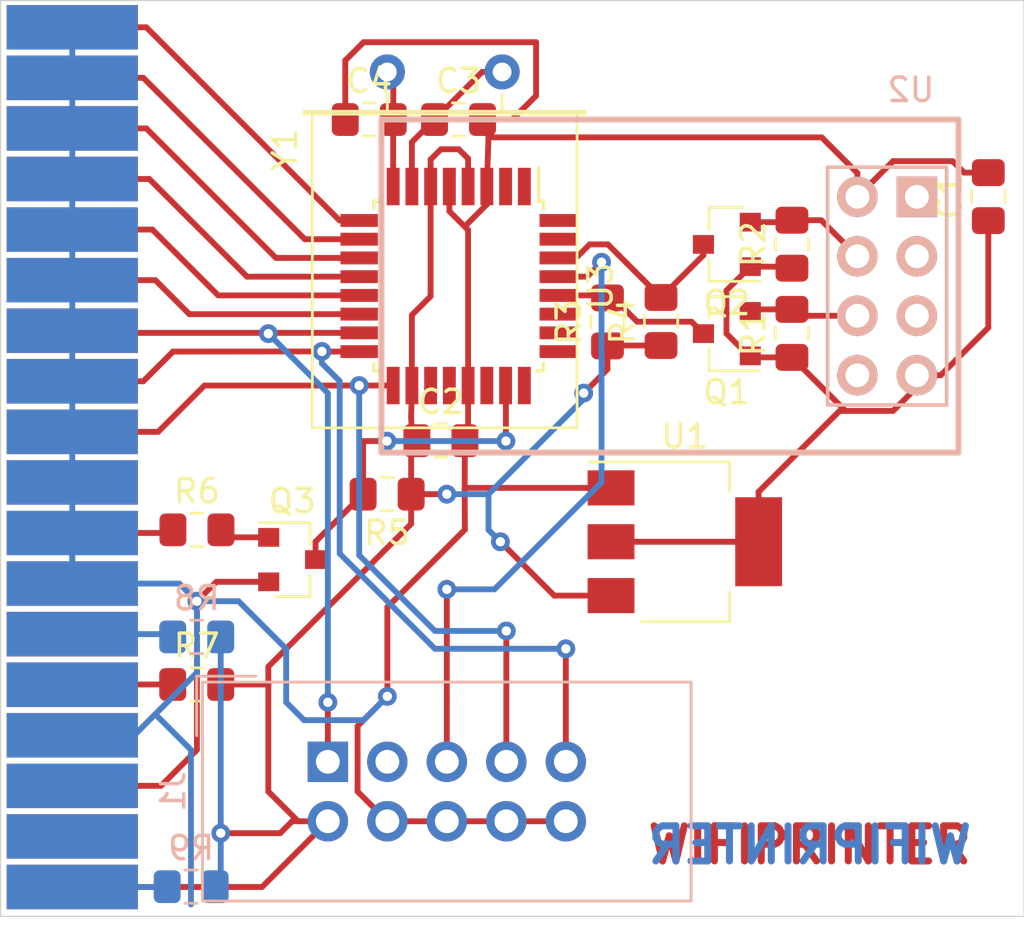
<source format=kicad_pcb>
(kicad_pcb (version 20171130) (host pcbnew 5.1.5)

  (general
    (thickness 1.6)
    (drawings 6)
    (tracks 226)
    (zones 0)
    (modules 22)
    (nets 50)
  )

  (page A4)
  (layers
    (0 F.Cu signal hide)
    (31 B.Cu signal)
    (32 B.Adhes user)
    (33 F.Adhes user)
    (34 B.Paste user)
    (35 F.Paste user)
    (36 B.SilkS user)
    (37 F.SilkS user)
    (38 B.Mask user)
    (39 F.Mask user)
    (40 Dwgs.User user)
    (41 Cmts.User user)
    (42 Eco1.User user)
    (43 Eco2.User user)
    (44 Edge.Cuts user)
    (45 Margin user)
    (46 B.CrtYd user)
    (47 F.CrtYd user)
    (48 B.Fab user)
    (49 F.Fab user)
  )

  (setup
    (last_trace_width 0.25)
    (trace_clearance 0.2)
    (zone_clearance 0.508)
    (zone_45_only no)
    (trace_min 0.2)
    (via_size 0.8)
    (via_drill 0.4)
    (via_min_size 0.4)
    (via_min_drill 0.3)
    (uvia_size 0.3)
    (uvia_drill 0.1)
    (uvias_allowed no)
    (uvia_min_size 0.2)
    (uvia_min_drill 0.1)
    (edge_width 0.05)
    (segment_width 0.2)
    (pcb_text_width 0.3)
    (pcb_text_size 1.5 1.5)
    (mod_edge_width 0.12)
    (mod_text_size 1 1)
    (mod_text_width 0.15)
    (pad_size 1.524 1.524)
    (pad_drill 0.762)
    (pad_to_mask_clearance 0.051)
    (solder_mask_min_width 0.25)
    (aux_axis_origin 0 0)
    (visible_elements FFFFFF7F)
    (pcbplotparams
      (layerselection 0x010fc_ffffffff)
      (usegerberextensions false)
      (usegerberattributes false)
      (usegerberadvancedattributes false)
      (creategerberjobfile false)
      (excludeedgelayer true)
      (linewidth 0.100000)
      (plotframeref false)
      (viasonmask false)
      (mode 1)
      (useauxorigin false)
      (hpglpennumber 1)
      (hpglpenspeed 20)
      (hpglpendiameter 15.000000)
      (psnegative false)
      (psa4output false)
      (plotreference true)
      (plotvalue true)
      (plotinvisibletext false)
      (padsonsilk false)
      (subtractmaskfromsilk false)
      (outputformat 1)
      (mirror false)
      (drillshape 1)
      (scaleselection 1)
      (outputdirectory ""))
  )

  (net 0 "")
  (net 1 GND)
  (net 2 +3V3)
  (net 3 +5V)
  (net 4 "Net-(C3-Pad1)")
  (net 5 "Net-(C4-Pad2)")
  (net 6 "Net-(J1-Pad5)")
  (net 7 "Net-(J1-Pad3)")
  (net 8 "Net-(J2-Pad36)")
  (net 9 "Net-(J2-Pad35)")
  (net 10 "Net-(J2-Pad34)")
  (net 11 "Net-(J2-Pad32)")
  (net 12 "Net-(J2-Pad31)")
  (net 13 "Net-(J2-Pad17)")
  (net 14 "Net-(J2-Pad15)")
  (net 15 "Net-(J2-Pad14)")
  (net 16 "Net-(J2-Pad13)")
  (net 17 "Net-(J2-Pad12)")
  (net 18 "Net-(J2-Pad11)")
  (net 19 "Net-(J2-Pad10)")
  (net 20 "Net-(Q1-Pad3)")
  (net 21 "Net-(Q1-Pad2)")
  (net 22 "Net-(Q2-Pad3)")
  (net 23 "Net-(Q2-Pad2)")
  (net 24 "Net-(U2-Pad8)")
  (net 25 "Net-(U2-Pad5)")
  (net 26 "Net-(U2-Pad3)")
  (net 27 "Net-(U2-Pad1)")
  (net 28 "Net-(U3-Pad32)")
  (net 29 "Net-(U3-Pad31)")
  (net 30 "Net-(U3-Pad27)")
  (net 31 "Net-(U3-Pad26)")
  (net 32 "Net-(U3-Pad25)")
  (net 33 "Net-(U3-Pad24)")
  (net 34 "Net-(U3-Pad22)")
  (net 35 "Net-(U3-Pad20)")
  (net 36 "Net-(U3-Pad19)")
  (net 37 "Net-(U3-Pad2)")
  (net 38 "Net-(U3-Pad1)")
  (net 39 "Net-(Q3-Pad1)")
  (net 40 D6)
  (net 41 D7)
  (net 42 D5)
  (net 43 D4)
  (net 44 D3)
  (net 45 D2)
  (net 46 D1)
  (net 47 D0)
  (net 48 STROBE)
  (net 49 BUSY)

  (net_class Default "This is the default net class."
    (clearance 0.2)
    (trace_width 0.25)
    (via_dia 0.8)
    (via_drill 0.4)
    (uvia_dia 0.3)
    (uvia_drill 0.1)
    (add_net +3V3)
    (add_net +5V)
    (add_net BUSY)
    (add_net D0)
    (add_net D1)
    (add_net D2)
    (add_net D3)
    (add_net D4)
    (add_net D5)
    (add_net D6)
    (add_net D7)
    (add_net GND)
    (add_net "Net-(C3-Pad1)")
    (add_net "Net-(C4-Pad2)")
    (add_net "Net-(J1-Pad3)")
    (add_net "Net-(J1-Pad5)")
    (add_net "Net-(J2-Pad10)")
    (add_net "Net-(J2-Pad11)")
    (add_net "Net-(J2-Pad12)")
    (add_net "Net-(J2-Pad13)")
    (add_net "Net-(J2-Pad14)")
    (add_net "Net-(J2-Pad15)")
    (add_net "Net-(J2-Pad17)")
    (add_net "Net-(J2-Pad31)")
    (add_net "Net-(J2-Pad32)")
    (add_net "Net-(J2-Pad34)")
    (add_net "Net-(J2-Pad35)")
    (add_net "Net-(J2-Pad36)")
    (add_net "Net-(Q1-Pad2)")
    (add_net "Net-(Q1-Pad3)")
    (add_net "Net-(Q2-Pad2)")
    (add_net "Net-(Q2-Pad3)")
    (add_net "Net-(Q3-Pad1)")
    (add_net "Net-(U2-Pad1)")
    (add_net "Net-(U2-Pad3)")
    (add_net "Net-(U2-Pad5)")
    (add_net "Net-(U2-Pad8)")
    (add_net "Net-(U3-Pad1)")
    (add_net "Net-(U3-Pad19)")
    (add_net "Net-(U3-Pad2)")
    (add_net "Net-(U3-Pad20)")
    (add_net "Net-(U3-Pad22)")
    (add_net "Net-(U3-Pad24)")
    (add_net "Net-(U3-Pad25)")
    (add_net "Net-(U3-Pad26)")
    (add_net "Net-(U3-Pad27)")
    (add_net "Net-(U3-Pad31)")
    (add_net "Net-(U3-Pad32)")
    (add_net STROBE)
  )

  (module Resistor_SMD:R_0805_2012Metric_Pad1.15x1.40mm_HandSolder (layer B.Cu) (tedit 5B36C52B) (tstamp 5EDFC9F5)
    (at 71.891 131.064 180)
    (descr "Resistor SMD 0805 (2012 Metric), square (rectangular) end terminal, IPC_7351 nominal with elongated pad for handsoldering. (Body size source: https://docs.google.com/spreadsheets/d/1BsfQQcO9C6DZCsRaXUlFlo91Tg2WpOkGARC1WS5S8t0/edit?usp=sharing), generated with kicad-footprint-generator")
    (tags "resistor handsolder")
    (path /5EED030A)
    (attr smd)
    (fp_text reference R9 (at 0 1.65) (layer B.SilkS)
      (effects (font (size 1 1) (thickness 0.15)) (justify mirror))
    )
    (fp_text value 10k (at 0 -1.65) (layer B.Fab)
      (effects (font (size 1 1) (thickness 0.15)) (justify mirror))
    )
    (fp_text user %R (at 0 0) (layer B.Fab)
      (effects (font (size 0.5 0.5) (thickness 0.08)) (justify mirror))
    )
    (fp_line (start 1.85 -0.95) (end -1.85 -0.95) (layer B.CrtYd) (width 0.05))
    (fp_line (start 1.85 0.95) (end 1.85 -0.95) (layer B.CrtYd) (width 0.05))
    (fp_line (start -1.85 0.95) (end 1.85 0.95) (layer B.CrtYd) (width 0.05))
    (fp_line (start -1.85 -0.95) (end -1.85 0.95) (layer B.CrtYd) (width 0.05))
    (fp_line (start -0.261252 -0.71) (end 0.261252 -0.71) (layer B.SilkS) (width 0.12))
    (fp_line (start -0.261252 0.71) (end 0.261252 0.71) (layer B.SilkS) (width 0.12))
    (fp_line (start 1 -0.6) (end -1 -0.6) (layer B.Fab) (width 0.1))
    (fp_line (start 1 0.6) (end 1 -0.6) (layer B.Fab) (width 0.1))
    (fp_line (start -1 0.6) (end 1 0.6) (layer B.Fab) (width 0.1))
    (fp_line (start -1 -0.6) (end -1 0.6) (layer B.Fab) (width 0.1))
    (pad 2 smd roundrect (at 1.025 0 180) (size 1.15 1.4) (layers B.Cu B.Paste B.Mask) (roundrect_rratio 0.217391)
      (net 8 "Net-(J2-Pad36)"))
    (pad 1 smd roundrect (at -1.025 0 180) (size 1.15 1.4) (layers B.Cu B.Paste B.Mask) (roundrect_rratio 0.217391)
      (net 3 +5V))
    (model ${KISYS3DMOD}/Resistor_SMD.3dshapes/R_0805_2012Metric.wrl
      (at (xyz 0 0 0))
      (scale (xyz 1 1 1))
      (rotate (xyz 0 0 0))
    )
  )

  (module Resistor_SMD:R_0805_2012Metric_Pad1.15x1.40mm_HandSolder (layer B.Cu) (tedit 5B36C52B) (tstamp 5EDFC9E4)
    (at 72.127 120.396 180)
    (descr "Resistor SMD 0805 (2012 Metric), square (rectangular) end terminal, IPC_7351 nominal with elongated pad for handsoldering. (Body size source: https://docs.google.com/spreadsheets/d/1BsfQQcO9C6DZCsRaXUlFlo91Tg2WpOkGARC1WS5S8t0/edit?usp=sharing), generated with kicad-footprint-generator")
    (tags "resistor handsolder")
    (path /5EED10AC)
    (attr smd)
    (fp_text reference R8 (at 0 1.65) (layer B.SilkS)
      (effects (font (size 1 1) (thickness 0.15)) (justify mirror))
    )
    (fp_text value 10k (at 0 -1.65) (layer B.Fab)
      (effects (font (size 1 1) (thickness 0.15)) (justify mirror))
    )
    (fp_text user %R (at 0 0) (layer B.Fab)
      (effects (font (size 0.5 0.5) (thickness 0.08)) (justify mirror))
    )
    (fp_line (start 1.85 -0.95) (end -1.85 -0.95) (layer B.CrtYd) (width 0.05))
    (fp_line (start 1.85 0.95) (end 1.85 -0.95) (layer B.CrtYd) (width 0.05))
    (fp_line (start -1.85 0.95) (end 1.85 0.95) (layer B.CrtYd) (width 0.05))
    (fp_line (start -1.85 -0.95) (end -1.85 0.95) (layer B.CrtYd) (width 0.05))
    (fp_line (start -0.261252 -0.71) (end 0.261252 -0.71) (layer B.SilkS) (width 0.12))
    (fp_line (start -0.261252 0.71) (end 0.261252 0.71) (layer B.SilkS) (width 0.12))
    (fp_line (start 1 -0.6) (end -1 -0.6) (layer B.Fab) (width 0.1))
    (fp_line (start 1 0.6) (end 1 -0.6) (layer B.Fab) (width 0.1))
    (fp_line (start -1 0.6) (end 1 0.6) (layer B.Fab) (width 0.1))
    (fp_line (start -1 -0.6) (end -1 0.6) (layer B.Fab) (width 0.1))
    (pad 2 smd roundrect (at 1.025 0 180) (size 1.15 1.4) (layers B.Cu B.Paste B.Mask) (roundrect_rratio 0.217391)
      (net 12 "Net-(J2-Pad31)"))
    (pad 1 smd roundrect (at -1.025 0 180) (size 1.15 1.4) (layers B.Cu B.Paste B.Mask) (roundrect_rratio 0.217391)
      (net 3 +5V))
    (model ${KISYS3DMOD}/Resistor_SMD.3dshapes/R_0805_2012Metric.wrl
      (at (xyz 0 0 0))
      (scale (xyz 1 1 1))
      (rotate (xyz 0 0 0))
    )
  )

  (module Resistor_SMD:R_0805_2012Metric_Pad1.15x1.40mm_HandSolder (layer F.Cu) (tedit 5B36C52B) (tstamp 5EDFC9D3)
    (at 72.127 122.428)
    (descr "Resistor SMD 0805 (2012 Metric), square (rectangular) end terminal, IPC_7351 nominal with elongated pad for handsoldering. (Body size source: https://docs.google.com/spreadsheets/d/1BsfQQcO9C6DZCsRaXUlFlo91Tg2WpOkGARC1WS5S8t0/edit?usp=sharing), generated with kicad-footprint-generator")
    (tags "resistor handsolder")
    (path /5EED1CE1)
    (attr smd)
    (fp_text reference R7 (at 0 -1.65) (layer F.SilkS)
      (effects (font (size 1 1) (thickness 0.15)))
    )
    (fp_text value 10k (at 0 1.65) (layer F.Fab)
      (effects (font (size 1 1) (thickness 0.15)))
    )
    (fp_text user %R (at 0 0) (layer F.Fab)
      (effects (font (size 0.5 0.5) (thickness 0.08)))
    )
    (fp_line (start 1.85 0.95) (end -1.85 0.95) (layer F.CrtYd) (width 0.05))
    (fp_line (start 1.85 -0.95) (end 1.85 0.95) (layer F.CrtYd) (width 0.05))
    (fp_line (start -1.85 -0.95) (end 1.85 -0.95) (layer F.CrtYd) (width 0.05))
    (fp_line (start -1.85 0.95) (end -1.85 -0.95) (layer F.CrtYd) (width 0.05))
    (fp_line (start -0.261252 0.71) (end 0.261252 0.71) (layer F.SilkS) (width 0.12))
    (fp_line (start -0.261252 -0.71) (end 0.261252 -0.71) (layer F.SilkS) (width 0.12))
    (fp_line (start 1 0.6) (end -1 0.6) (layer F.Fab) (width 0.1))
    (fp_line (start 1 -0.6) (end 1 0.6) (layer F.Fab) (width 0.1))
    (fp_line (start -1 -0.6) (end 1 -0.6) (layer F.Fab) (width 0.1))
    (fp_line (start -1 0.6) (end -1 -0.6) (layer F.Fab) (width 0.1))
    (pad 2 smd roundrect (at 1.025 0) (size 1.15 1.4) (layers F.Cu F.Paste F.Mask) (roundrect_rratio 0.217391)
      (net 3 +5V))
    (pad 1 smd roundrect (at -1.025 0) (size 1.15 1.4) (layers F.Cu F.Paste F.Mask) (roundrect_rratio 0.217391)
      (net 15 "Net-(J2-Pad14)"))
    (model ${KISYS3DMOD}/Resistor_SMD.3dshapes/R_0805_2012Metric.wrl
      (at (xyz 0 0 0))
      (scale (xyz 1 1 1))
      (rotate (xyz 0 0 0))
    )
  )

  (module Resistor_SMD:R_0805_2012Metric_Pad1.15x1.40mm_HandSolder (layer F.Cu) (tedit 5B36C52B) (tstamp 5EDEAD45)
    (at 72.136 115.824)
    (descr "Resistor SMD 0805 (2012 Metric), square (rectangular) end terminal, IPC_7351 nominal with elongated pad for handsoldering. (Body size source: https://docs.google.com/spreadsheets/d/1BsfQQcO9C6DZCsRaXUlFlo91Tg2WpOkGARC1WS5S8t0/edit?usp=sharing), generated with kicad-footprint-generator")
    (tags "resistor handsolder")
    (path /5EE7CD51)
    (attr smd)
    (fp_text reference R6 (at 0 -1.65) (layer F.SilkS)
      (effects (font (size 1 1) (thickness 0.15)))
    )
    (fp_text value 10k (at 0 1.65) (layer F.Fab)
      (effects (font (size 1 1) (thickness 0.15)))
    )
    (fp_text user %R (at 0 0) (layer F.Fab)
      (effects (font (size 0.5 0.5) (thickness 0.08)))
    )
    (fp_line (start 1.85 0.95) (end -1.85 0.95) (layer F.CrtYd) (width 0.05))
    (fp_line (start 1.85 -0.95) (end 1.85 0.95) (layer F.CrtYd) (width 0.05))
    (fp_line (start -1.85 -0.95) (end 1.85 -0.95) (layer F.CrtYd) (width 0.05))
    (fp_line (start -1.85 0.95) (end -1.85 -0.95) (layer F.CrtYd) (width 0.05))
    (fp_line (start -0.261252 0.71) (end 0.261252 0.71) (layer F.SilkS) (width 0.12))
    (fp_line (start -0.261252 -0.71) (end 0.261252 -0.71) (layer F.SilkS) (width 0.12))
    (fp_line (start 1 0.6) (end -1 0.6) (layer F.Fab) (width 0.1))
    (fp_line (start 1 -0.6) (end 1 0.6) (layer F.Fab) (width 0.1))
    (fp_line (start -1 -0.6) (end 1 -0.6) (layer F.Fab) (width 0.1))
    (fp_line (start -1 0.6) (end -1 -0.6) (layer F.Fab) (width 0.1))
    (pad 2 smd roundrect (at 1.025 0) (size 1.15 1.4) (layers F.Cu F.Paste F.Mask) (roundrect_rratio 0.217391)
      (net 39 "Net-(Q3-Pad1)"))
    (pad 1 smd roundrect (at -1.025 0) (size 1.15 1.4) (layers F.Cu F.Paste F.Mask) (roundrect_rratio 0.217391)
      (net 18 "Net-(J2-Pad11)"))
    (model ${KISYS3DMOD}/Resistor_SMD.3dshapes/R_0805_2012Metric.wrl
      (at (xyz 0 0 0))
      (scale (xyz 1 1 1))
      (rotate (xyz 0 0 0))
    )
  )

  (module Resistor_SMD:R_0805_2012Metric_Pad1.15x1.40mm_HandSolder (layer F.Cu) (tedit 5B36C52B) (tstamp 5EDEAD34)
    (at 80.255 114.3 180)
    (descr "Resistor SMD 0805 (2012 Metric), square (rectangular) end terminal, IPC_7351 nominal with elongated pad for handsoldering. (Body size source: https://docs.google.com/spreadsheets/d/1BsfQQcO9C6DZCsRaXUlFlo91Tg2WpOkGARC1WS5S8t0/edit?usp=sharing), generated with kicad-footprint-generator")
    (tags "resistor handsolder")
    (path /5EE83753)
    (attr smd)
    (fp_text reference R5 (at 0 -1.65) (layer F.SilkS)
      (effects (font (size 1 1) (thickness 0.15)))
    )
    (fp_text value 10k (at 0 1.65) (layer F.Fab)
      (effects (font (size 1 1) (thickness 0.15)))
    )
    (fp_text user %R (at 0 0) (layer F.Fab)
      (effects (font (size 0.5 0.5) (thickness 0.08)))
    )
    (fp_line (start 1.85 0.95) (end -1.85 0.95) (layer F.CrtYd) (width 0.05))
    (fp_line (start 1.85 -0.95) (end 1.85 0.95) (layer F.CrtYd) (width 0.05))
    (fp_line (start -1.85 -0.95) (end 1.85 -0.95) (layer F.CrtYd) (width 0.05))
    (fp_line (start -1.85 0.95) (end -1.85 -0.95) (layer F.CrtYd) (width 0.05))
    (fp_line (start -0.261252 0.71) (end 0.261252 0.71) (layer F.SilkS) (width 0.12))
    (fp_line (start -0.261252 -0.71) (end 0.261252 -0.71) (layer F.SilkS) (width 0.12))
    (fp_line (start 1 0.6) (end -1 0.6) (layer F.Fab) (width 0.1))
    (fp_line (start 1 -0.6) (end 1 0.6) (layer F.Fab) (width 0.1))
    (fp_line (start -1 -0.6) (end 1 -0.6) (layer F.Fab) (width 0.1))
    (fp_line (start -1 0.6) (end -1 -0.6) (layer F.Fab) (width 0.1))
    (pad 2 smd roundrect (at 1.025 0 180) (size 1.15 1.4) (layers F.Cu F.Paste F.Mask) (roundrect_rratio 0.217391)
      (net 49 BUSY))
    (pad 1 smd roundrect (at -1.025 0 180) (size 1.15 1.4) (layers F.Cu F.Paste F.Mask) (roundrect_rratio 0.217391)
      (net 3 +5V))
    (model ${KISYS3DMOD}/Resistor_SMD.3dshapes/R_0805_2012Metric.wrl
      (at (xyz 0 0 0))
      (scale (xyz 1 1 1))
      (rotate (xyz 0 0 0))
    )
  )

  (module Package_TO_SOT_SMD:SOT-23 (layer F.Cu) (tedit 5A02FF57) (tstamp 5EDEACA3)
    (at 76.2 117.094)
    (descr "SOT-23, Standard")
    (tags SOT-23)
    (path /5EE7D4D8)
    (attr smd)
    (fp_text reference Q3 (at 0 -2.5) (layer F.SilkS)
      (effects (font (size 1 1) (thickness 0.15)))
    )
    (fp_text value BC847 (at 0 2.5) (layer F.Fab)
      (effects (font (size 1 1) (thickness 0.15)))
    )
    (fp_line (start 0.76 1.58) (end -0.7 1.58) (layer F.SilkS) (width 0.12))
    (fp_line (start 0.76 -1.58) (end -1.4 -1.58) (layer F.SilkS) (width 0.12))
    (fp_line (start -1.7 1.75) (end -1.7 -1.75) (layer F.CrtYd) (width 0.05))
    (fp_line (start 1.7 1.75) (end -1.7 1.75) (layer F.CrtYd) (width 0.05))
    (fp_line (start 1.7 -1.75) (end 1.7 1.75) (layer F.CrtYd) (width 0.05))
    (fp_line (start -1.7 -1.75) (end 1.7 -1.75) (layer F.CrtYd) (width 0.05))
    (fp_line (start 0.76 -1.58) (end 0.76 -0.65) (layer F.SilkS) (width 0.12))
    (fp_line (start 0.76 1.58) (end 0.76 0.65) (layer F.SilkS) (width 0.12))
    (fp_line (start -0.7 1.52) (end 0.7 1.52) (layer F.Fab) (width 0.1))
    (fp_line (start 0.7 -1.52) (end 0.7 1.52) (layer F.Fab) (width 0.1))
    (fp_line (start -0.7 -0.95) (end -0.15 -1.52) (layer F.Fab) (width 0.1))
    (fp_line (start -0.15 -1.52) (end 0.7 -1.52) (layer F.Fab) (width 0.1))
    (fp_line (start -0.7 -0.95) (end -0.7 1.5) (layer F.Fab) (width 0.1))
    (fp_text user %R (at 0 0 90) (layer F.Fab)
      (effects (font (size 0.5 0.5) (thickness 0.075)))
    )
    (pad 3 smd rect (at 1 0) (size 0.9 0.8) (layers F.Cu F.Paste F.Mask)
      (net 49 BUSY))
    (pad 2 smd rect (at -1 0.95) (size 0.9 0.8) (layers F.Cu F.Paste F.Mask)
      (net 1 GND))
    (pad 1 smd rect (at -1 -0.95) (size 0.9 0.8) (layers F.Cu F.Paste F.Mask)
      (net 39 "Net-(Q3-Pad1)"))
    (model ${KISYS3DMOD}/Package_TO_SOT_SMD.3dshapes/SOT-23.wrl
      (at (xyz 0 0 0))
      (scale (xyz 1 1 1))
      (rotate (xyz 0 0 0))
    )
  )

  (module Crystal:Crystal_HC49-U_Horizontal (layer F.Cu) (tedit 5A1AD3B8) (tstamp 5EDEA009)
    (at 80.264 96.266)
    (descr "Crystal THT HC-49/U http://5hertz.com/pdfs/04404_D.pdf")
    (tags "THT crystal")
    (path /5EDED2B8)
    (fp_text reference Y1 (at -4.375 3.3125 90) (layer F.SilkS)
      (effects (font (size 1 1) (thickness 0.15)))
    )
    (fp_text value 16MHz (at 9.275 3.3125 90) (layer F.Fab)
      (effects (font (size 1 1) (thickness 0.15)))
    )
    (fp_line (start 9 -1) (end -4.1 -1) (layer F.CrtYd) (width 0.05))
    (fp_line (start 9 16.3) (end 9 -1) (layer F.CrtYd) (width 0.05))
    (fp_line (start -4.1 16.3) (end 9 16.3) (layer F.CrtYd) (width 0.05))
    (fp_line (start -4.1 -1) (end -4.1 16.3) (layer F.CrtYd) (width 0.05))
    (fp_line (start 8.45 1.8) (end -3.55 1.8) (layer F.SilkS) (width 0.12))
    (fp_line (start 8.45 1.68) (end 8.45 1.8) (layer F.SilkS) (width 0.12))
    (fp_line (start -3.55 1.68) (end 8.45 1.68) (layer F.SilkS) (width 0.12))
    (fp_line (start -3.55 1.8) (end -3.55 1.68) (layer F.SilkS) (width 0.12))
    (fp_line (start 4.9 0.95) (end 4.9 0.95) (layer F.SilkS) (width 0.12))
    (fp_line (start 4.9 1.8) (end 4.9 0.95) (layer F.SilkS) (width 0.12))
    (fp_line (start 0 0.95) (end 0 0.95) (layer F.SilkS) (width 0.12))
    (fp_line (start 0 1.8) (end 0 0.95) (layer F.SilkS) (width 0.12))
    (fp_line (start 8.1 1.8) (end -3.2 1.8) (layer F.SilkS) (width 0.12))
    (fp_line (start 8.1 15.2) (end 8.1 1.8) (layer F.SilkS) (width 0.12))
    (fp_line (start -3.2 15.2) (end 8.1 15.2) (layer F.SilkS) (width 0.12))
    (fp_line (start -3.2 1.8) (end -3.2 15.2) (layer F.SilkS) (width 0.12))
    (fp_line (start 8.25 2) (end -3.35 2) (layer F.Fab) (width 0.1))
    (fp_line (start 8.25 1.9) (end 8.25 2) (layer F.Fab) (width 0.1))
    (fp_line (start -3.35 1.9) (end 8.25 1.9) (layer F.Fab) (width 0.1))
    (fp_line (start -3.35 2) (end -3.35 1.9) (layer F.Fab) (width 0.1))
    (fp_line (start 4.9 1) (end 4.9 0) (layer F.Fab) (width 0.1))
    (fp_line (start 4.9 2) (end 4.9 1) (layer F.Fab) (width 0.1))
    (fp_line (start 0 1) (end 0 0) (layer F.Fab) (width 0.1))
    (fp_line (start 0 2) (end 0 1) (layer F.Fab) (width 0.1))
    (fp_line (start 7.9 2) (end -3 2) (layer F.Fab) (width 0.1))
    (fp_line (start 7.9 15) (end 7.9 2) (layer F.Fab) (width 0.1))
    (fp_line (start -3 15) (end 7.9 15) (layer F.Fab) (width 0.1))
    (fp_line (start -3 2) (end -3 15) (layer F.Fab) (width 0.1))
    (fp_text user %R (at 2.5 6.5) (layer F.Fab)
      (effects (font (size 1 1) (thickness 0.15)))
    )
    (pad 2 thru_hole circle (at 4.9 0) (size 1.5 1.5) (drill 0.8) (layers *.Cu *.Mask)
      (net 4 "Net-(C3-Pad1)"))
    (pad 1 thru_hole circle (at 0 0) (size 1.5 1.5) (drill 0.8) (layers *.Cu *.Mask)
      (net 5 "Net-(C4-Pad2)"))
    (model ${KISYS3DMOD}/Crystal.3dshapes/Crystal_HC49-U_Horizontal.wrl
      (at (xyz 0 0 0))
      (scale (xyz 1 1 1))
      (rotate (xyz 0 0 0))
    )
  )

  (module Package_QFP:TQFP-32_7x7mm_P0.8mm (layer F.Cu) (tedit 5A02F146) (tstamp 5EDE9FE6)
    (at 83.312 105.41 270)
    (descr "32-Lead Plastic Thin Quad Flatpack (PT) - 7x7x1.0 mm Body, 2.00 mm [TQFP] (see Microchip Packaging Specification 00000049BS.pdf)")
    (tags "QFP 0.8")
    (path /5EDEB13E)
    (attr smd)
    (fp_text reference U3 (at 0 -6.05 90) (layer F.SilkS)
      (effects (font (size 1 1) (thickness 0.15)))
    )
    (fp_text value ATmega328P-AU (at 0 6.05 90) (layer F.Fab)
      (effects (font (size 1 1) (thickness 0.15)))
    )
    (fp_line (start -3.625 -3.4) (end -5.05 -3.4) (layer F.SilkS) (width 0.15))
    (fp_line (start 3.625 -3.625) (end 3.3 -3.625) (layer F.SilkS) (width 0.15))
    (fp_line (start 3.625 3.625) (end 3.3 3.625) (layer F.SilkS) (width 0.15))
    (fp_line (start -3.625 3.625) (end -3.3 3.625) (layer F.SilkS) (width 0.15))
    (fp_line (start -3.625 -3.625) (end -3.3 -3.625) (layer F.SilkS) (width 0.15))
    (fp_line (start -3.625 3.625) (end -3.625 3.3) (layer F.SilkS) (width 0.15))
    (fp_line (start 3.625 3.625) (end 3.625 3.3) (layer F.SilkS) (width 0.15))
    (fp_line (start 3.625 -3.625) (end 3.625 -3.3) (layer F.SilkS) (width 0.15))
    (fp_line (start -3.625 -3.625) (end -3.625 -3.4) (layer F.SilkS) (width 0.15))
    (fp_line (start -5.3 5.3) (end 5.3 5.3) (layer F.CrtYd) (width 0.05))
    (fp_line (start -5.3 -5.3) (end 5.3 -5.3) (layer F.CrtYd) (width 0.05))
    (fp_line (start 5.3 -5.3) (end 5.3 5.3) (layer F.CrtYd) (width 0.05))
    (fp_line (start -5.3 -5.3) (end -5.3 5.3) (layer F.CrtYd) (width 0.05))
    (fp_line (start -3.5 -2.5) (end -2.5 -3.5) (layer F.Fab) (width 0.15))
    (fp_line (start -3.5 3.5) (end -3.5 -2.5) (layer F.Fab) (width 0.15))
    (fp_line (start 3.5 3.5) (end -3.5 3.5) (layer F.Fab) (width 0.15))
    (fp_line (start 3.5 -3.5) (end 3.5 3.5) (layer F.Fab) (width 0.15))
    (fp_line (start -2.5 -3.5) (end 3.5 -3.5) (layer F.Fab) (width 0.15))
    (fp_text user %R (at 0 0 90) (layer F.Fab)
      (effects (font (size 1 1) (thickness 0.15)))
    )
    (pad 32 smd rect (at -2.8 -4.25) (size 1.6 0.55) (layers F.Cu F.Paste F.Mask)
      (net 28 "Net-(U3-Pad32)"))
    (pad 31 smd rect (at -2 -4.25) (size 1.6 0.55) (layers F.Cu F.Paste F.Mask)
      (net 29 "Net-(U3-Pad31)"))
    (pad 30 smd rect (at -1.2 -4.25) (size 1.6 0.55) (layers F.Cu F.Paste F.Mask)
      (net 22 "Net-(Q2-Pad3)"))
    (pad 29 smd rect (at -0.4 -4.25) (size 1.6 0.55) (layers F.Cu F.Paste F.Mask)
      (net 6 "Net-(J1-Pad5)"))
    (pad 28 smd rect (at 0.4 -4.25) (size 1.6 0.55) (layers F.Cu F.Paste F.Mask)
      (net 20 "Net-(Q1-Pad3)"))
    (pad 27 smd rect (at 1.2 -4.25) (size 1.6 0.55) (layers F.Cu F.Paste F.Mask)
      (net 30 "Net-(U3-Pad27)"))
    (pad 26 smd rect (at 2 -4.25) (size 1.6 0.55) (layers F.Cu F.Paste F.Mask)
      (net 31 "Net-(U3-Pad26)"))
    (pad 25 smd rect (at 2.8 -4.25) (size 1.6 0.55) (layers F.Cu F.Paste F.Mask)
      (net 32 "Net-(U3-Pad25)"))
    (pad 24 smd rect (at 4.25 -2.8 270) (size 1.6 0.55) (layers F.Cu F.Paste F.Mask)
      (net 33 "Net-(U3-Pad24)"))
    (pad 23 smd rect (at 4.25 -2 270) (size 1.6 0.55) (layers F.Cu F.Paste F.Mask)
      (net 49 BUSY))
    (pad 22 smd rect (at 4.25 -1.2 270) (size 1.6 0.55) (layers F.Cu F.Paste F.Mask)
      (net 34 "Net-(U3-Pad22)"))
    (pad 21 smd rect (at 4.25 -0.4 270) (size 1.6 0.55) (layers F.Cu F.Paste F.Mask)
      (net 1 GND))
    (pad 20 smd rect (at 4.25 0.4 270) (size 1.6 0.55) (layers F.Cu F.Paste F.Mask)
      (net 35 "Net-(U3-Pad20)"))
    (pad 19 smd rect (at 4.25 1.2 270) (size 1.6 0.55) (layers F.Cu F.Paste F.Mask)
      (net 36 "Net-(U3-Pad19)"))
    (pad 18 smd rect (at 4.25 2 270) (size 1.6 0.55) (layers F.Cu F.Paste F.Mask)
      (net 3 +5V))
    (pad 17 smd rect (at 4.25 2.8 270) (size 1.6 0.55) (layers F.Cu F.Paste F.Mask)
      (net 41 D7))
    (pad 16 smd rect (at 2.8 4.25) (size 1.6 0.55) (layers F.Cu F.Paste F.Mask)
      (net 40 D6))
    (pad 15 smd rect (at 2 4.25) (size 1.6 0.55) (layers F.Cu F.Paste F.Mask)
      (net 42 D5))
    (pad 14 smd rect (at 1.2 4.25) (size 1.6 0.55) (layers F.Cu F.Paste F.Mask)
      (net 43 D4))
    (pad 13 smd rect (at 0.4 4.25) (size 1.6 0.55) (layers F.Cu F.Paste F.Mask)
      (net 44 D3))
    (pad 12 smd rect (at -0.4 4.25) (size 1.6 0.55) (layers F.Cu F.Paste F.Mask)
      (net 45 D2))
    (pad 11 smd rect (at -1.2 4.25) (size 1.6 0.55) (layers F.Cu F.Paste F.Mask)
      (net 46 D1))
    (pad 10 smd rect (at -2 4.25) (size 1.6 0.55) (layers F.Cu F.Paste F.Mask)
      (net 47 D0))
    (pad 9 smd rect (at -2.8 4.25) (size 1.6 0.55) (layers F.Cu F.Paste F.Mask)
      (net 48 STROBE))
    (pad 8 smd rect (at -4.25 2.8 270) (size 1.6 0.55) (layers F.Cu F.Paste F.Mask)
      (net 5 "Net-(C4-Pad2)"))
    (pad 7 smd rect (at -4.25 2 270) (size 1.6 0.55) (layers F.Cu F.Paste F.Mask)
      (net 4 "Net-(C3-Pad1)"))
    (pad 6 smd rect (at -4.25 1.2 270) (size 1.6 0.55) (layers F.Cu F.Paste F.Mask)
      (net 3 +5V))
    (pad 5 smd rect (at -4.25 0.4 270) (size 1.6 0.55) (layers F.Cu F.Paste F.Mask)
      (net 1 GND))
    (pad 4 smd rect (at -4.25 -0.4 270) (size 1.6 0.55) (layers F.Cu F.Paste F.Mask)
      (net 3 +5V))
    (pad 3 smd rect (at -4.25 -1.2 270) (size 1.6 0.55) (layers F.Cu F.Paste F.Mask)
      (net 1 GND))
    (pad 2 smd rect (at -4.25 -2 270) (size 1.6 0.55) (layers F.Cu F.Paste F.Mask)
      (net 37 "Net-(U3-Pad2)"))
    (pad 1 smd rect (at -4.25 -2.8 270) (size 1.6 0.55) (layers F.Cu F.Paste F.Mask)
      (net 38 "Net-(U3-Pad1)"))
    (model ${KISYS3DMOD}/Package_QFP.3dshapes/TQFP-32_7x7mm_P0.8mm.wrl
      (at (xyz 0 0 0))
      (scale (xyz 1 1 1))
      (rotate (xyz 0 0 0))
    )
  )

  (module ESP8266:ESP-01 (layer B.Cu) (tedit 577EF889) (tstamp 5EDE9FAF)
    (at 102.87 101.6 180)
    (descr "Module, ESP-8266, ESP-01, 8 pin")
    (tags "Module ESP-8266 ESP8266")
    (path /5EDFD0A5)
    (fp_text reference U2 (at 0.254 4.572) (layer B.SilkS)
      (effects (font (size 1 1) (thickness 0.15)) (justify mirror))
    )
    (fp_text value ESP-01v090 (at 12.192 -3.556) (layer B.Fab)
      (effects (font (size 1 1) (thickness 0.15)) (justify mirror))
    )
    (fp_line (start 3.81 1.27) (end 1.27 1.27) (layer B.SilkS) (width 0.1524))
    (fp_line (start 3.81 -8.89) (end 3.81 1.27) (layer B.SilkS) (width 0.1524))
    (fp_line (start -1.27 -8.89) (end 3.81 -8.89) (layer B.SilkS) (width 0.1524))
    (fp_line (start -1.27 -1.27) (end -1.27 -8.89) (layer B.SilkS) (width 0.1524))
    (fp_line (start -1.75 -9.4) (end 4.3 -9.4) (layer B.CrtYd) (width 0.05))
    (fp_line (start -1.75 1.75) (end 4.3 1.75) (layer B.CrtYd) (width 0.05))
    (fp_line (start 4.3 1.75) (end 4.3 -9.4) (layer B.CrtYd) (width 0.05))
    (fp_line (start -1.75 1.75) (end -1.75 -9.4) (layer B.CrtYd) (width 0.05))
    (fp_line (start -1.27 1.27) (end -1.27 -1.27) (layer B.SilkS) (width 0.1524))
    (fp_line (start 1.27 1.27) (end -1.27 1.27) (layer B.SilkS) (width 0.1524))
    (fp_line (start -1.778 -10.922) (end -1.778 3.302) (layer B.Fab) (width 0.05))
    (fp_line (start 22.86 -10.922) (end -1.778 -10.922) (layer B.Fab) (width 0.05))
    (fp_line (start 22.86 3.302) (end 22.86 -10.922) (layer B.Fab) (width 0.05))
    (fp_line (start -1.778 3.302) (end 22.86 3.302) (layer B.Fab) (width 0.05))
    (fp_line (start -1.778 -10.922) (end -1.778 3.302) (layer B.SilkS) (width 0.254))
    (fp_line (start 22.86 -10.922) (end -1.778 -10.922) (layer B.SilkS) (width 0.254))
    (fp_line (start 22.86 3.302) (end 22.86 -10.922) (layer B.SilkS) (width 0.254))
    (fp_line (start -1.778 3.302) (end 22.86 3.302) (layer B.SilkS) (width 0.254))
    (pad 8 thru_hole oval (at 2.54 -7.62 180) (size 1.7272 1.7272) (drill 1.016) (layers *.Cu *.Mask B.SilkS)
      (net 24 "Net-(U2-Pad8)"))
    (pad 7 thru_hole oval (at 0 -7.62 180) (size 1.7272 1.7272) (drill 1.016) (layers *.Cu *.Mask B.SilkS)
      (net 2 +3V3))
    (pad 6 thru_hole oval (at 2.54 -5.08 180) (size 1.7272 1.7272) (drill 1.016) (layers *.Cu *.Mask B.SilkS)
      (net 21 "Net-(Q1-Pad2)"))
    (pad 5 thru_hole oval (at 0 -5.08 180) (size 1.7272 1.7272) (drill 1.016) (layers *.Cu *.Mask B.SilkS)
      (net 25 "Net-(U2-Pad5)"))
    (pad 4 thru_hole oval (at 2.54 -2.54 180) (size 1.7272 1.7272) (drill 1.016) (layers *.Cu *.Mask B.SilkS)
      (net 23 "Net-(Q2-Pad2)"))
    (pad 3 thru_hole oval (at 0 -2.54 180) (size 1.7272 1.7272) (drill 1.016) (layers *.Cu *.Mask B.SilkS)
      (net 26 "Net-(U2-Pad3)"))
    (pad 2 thru_hole oval (at 2.54 0 180) (size 1.7272 1.7272) (drill 1.016) (layers *.Cu *.Mask B.SilkS)
      (net 1 GND))
    (pad 1 thru_hole rect (at 0 0 180) (size 1.7272 1.7272) (drill 1.016) (layers *.Cu *.Mask B.SilkS)
      (net 27 "Net-(U2-Pad1)"))
  )

  (module Package_TO_SOT_SMD:SOT-223-3_TabPin2 (layer F.Cu) (tedit 5A02FF57) (tstamp 5EDE9F91)
    (at 92.964 116.332)
    (descr "module CMS SOT223 4 pins")
    (tags "CMS SOT")
    (path /5EE04996)
    (attr smd)
    (fp_text reference U1 (at 0 -4.5) (layer F.SilkS)
      (effects (font (size 1 1) (thickness 0.15)))
    )
    (fp_text value AP1117-33 (at 0 4.5) (layer F.Fab)
      (effects (font (size 1 1) (thickness 0.15)))
    )
    (fp_line (start 1.85 -3.35) (end 1.85 3.35) (layer F.Fab) (width 0.1))
    (fp_line (start -1.85 3.35) (end 1.85 3.35) (layer F.Fab) (width 0.1))
    (fp_line (start -4.1 -3.41) (end 1.91 -3.41) (layer F.SilkS) (width 0.12))
    (fp_line (start -0.85 -3.35) (end 1.85 -3.35) (layer F.Fab) (width 0.1))
    (fp_line (start -1.85 3.41) (end 1.91 3.41) (layer F.SilkS) (width 0.12))
    (fp_line (start -1.85 -2.35) (end -1.85 3.35) (layer F.Fab) (width 0.1))
    (fp_line (start -1.85 -2.35) (end -0.85 -3.35) (layer F.Fab) (width 0.1))
    (fp_line (start -4.4 -3.6) (end -4.4 3.6) (layer F.CrtYd) (width 0.05))
    (fp_line (start -4.4 3.6) (end 4.4 3.6) (layer F.CrtYd) (width 0.05))
    (fp_line (start 4.4 3.6) (end 4.4 -3.6) (layer F.CrtYd) (width 0.05))
    (fp_line (start 4.4 -3.6) (end -4.4 -3.6) (layer F.CrtYd) (width 0.05))
    (fp_line (start 1.91 -3.41) (end 1.91 -2.15) (layer F.SilkS) (width 0.12))
    (fp_line (start 1.91 3.41) (end 1.91 2.15) (layer F.SilkS) (width 0.12))
    (fp_text user %R (at 0 0 90) (layer F.Fab)
      (effects (font (size 0.8 0.8) (thickness 0.12)))
    )
    (pad 1 smd rect (at -3.15 -2.3) (size 2 1.5) (layers F.Cu F.Paste F.Mask)
      (net 1 GND))
    (pad 3 smd rect (at -3.15 2.3) (size 2 1.5) (layers F.Cu F.Paste F.Mask)
      (net 3 +5V))
    (pad 2 smd rect (at -3.15 0) (size 2 1.5) (layers F.Cu F.Paste F.Mask)
      (net 2 +3V3))
    (pad 2 smd rect (at 3.15 0) (size 2 3.8) (layers F.Cu F.Paste F.Mask)
      (net 2 +3V3))
    (model ${KISYS3DMOD}/Package_TO_SOT_SMD.3dshapes/SOT-223.wrl
      (at (xyz 0 0 0))
      (scale (xyz 1 1 1))
      (rotate (xyz 0 0 0))
    )
  )

  (module Resistor_SMD:R_0805_2012Metric_Pad1.15x1.40mm_HandSolder (layer F.Cu) (tedit 5B36C52B) (tstamp 5EDE9F7B)
    (at 91.948 106.925 90)
    (descr "Resistor SMD 0805 (2012 Metric), square (rectangular) end terminal, IPC_7351 nominal with elongated pad for handsoldering. (Body size source: https://docs.google.com/spreadsheets/d/1BsfQQcO9C6DZCsRaXUlFlo91Tg2WpOkGARC1WS5S8t0/edit?usp=sharing), generated with kicad-footprint-generator")
    (tags "resistor handsolder")
    (path /5EE52FC6)
    (attr smd)
    (fp_text reference R4 (at 0 -1.65 90) (layer F.SilkS)
      (effects (font (size 1 1) (thickness 0.15)))
    )
    (fp_text value 10k (at 0 1.65 90) (layer F.Fab)
      (effects (font (size 1 1) (thickness 0.15)))
    )
    (fp_text user %R (at 0 0 90) (layer F.Fab)
      (effects (font (size 0.5 0.5) (thickness 0.08)))
    )
    (fp_line (start 1.85 0.95) (end -1.85 0.95) (layer F.CrtYd) (width 0.05))
    (fp_line (start 1.85 -0.95) (end 1.85 0.95) (layer F.CrtYd) (width 0.05))
    (fp_line (start -1.85 -0.95) (end 1.85 -0.95) (layer F.CrtYd) (width 0.05))
    (fp_line (start -1.85 0.95) (end -1.85 -0.95) (layer F.CrtYd) (width 0.05))
    (fp_line (start -0.261252 0.71) (end 0.261252 0.71) (layer F.SilkS) (width 0.12))
    (fp_line (start -0.261252 -0.71) (end 0.261252 -0.71) (layer F.SilkS) (width 0.12))
    (fp_line (start 1 0.6) (end -1 0.6) (layer F.Fab) (width 0.1))
    (fp_line (start 1 -0.6) (end 1 0.6) (layer F.Fab) (width 0.1))
    (fp_line (start -1 -0.6) (end 1 -0.6) (layer F.Fab) (width 0.1))
    (fp_line (start -1 0.6) (end -1 -0.6) (layer F.Fab) (width 0.1))
    (pad 2 smd roundrect (at 1.025 0 90) (size 1.15 1.4) (layers F.Cu F.Paste F.Mask) (roundrect_rratio 0.217391)
      (net 22 "Net-(Q2-Pad3)"))
    (pad 1 smd roundrect (at -1.025 0 90) (size 1.15 1.4) (layers F.Cu F.Paste F.Mask) (roundrect_rratio 0.217391)
      (net 3 +5V))
    (model ${KISYS3DMOD}/Resistor_SMD.3dshapes/R_0805_2012Metric.wrl
      (at (xyz 0 0 0))
      (scale (xyz 1 1 1))
      (rotate (xyz 0 0 0))
    )
  )

  (module Resistor_SMD:R_0805_2012Metric_Pad1.15x1.40mm_HandSolder (layer F.Cu) (tedit 5B36C52B) (tstamp 5EDE9F6A)
    (at 89.662 106.943 90)
    (descr "Resistor SMD 0805 (2012 Metric), square (rectangular) end terminal, IPC_7351 nominal with elongated pad for handsoldering. (Body size source: https://docs.google.com/spreadsheets/d/1BsfQQcO9C6DZCsRaXUlFlo91Tg2WpOkGARC1WS5S8t0/edit?usp=sharing), generated with kicad-footprint-generator")
    (tags "resistor handsolder")
    (path /5EE48046)
    (attr smd)
    (fp_text reference R3 (at 0 -1.65 90) (layer F.SilkS)
      (effects (font (size 1 1) (thickness 0.15)))
    )
    (fp_text value 10k (at 0 1.65 90) (layer F.Fab)
      (effects (font (size 1 1) (thickness 0.15)))
    )
    (fp_text user %R (at 0 0 90) (layer F.Fab)
      (effects (font (size 0.5 0.5) (thickness 0.08)))
    )
    (fp_line (start 1.85 0.95) (end -1.85 0.95) (layer F.CrtYd) (width 0.05))
    (fp_line (start 1.85 -0.95) (end 1.85 0.95) (layer F.CrtYd) (width 0.05))
    (fp_line (start -1.85 -0.95) (end 1.85 -0.95) (layer F.CrtYd) (width 0.05))
    (fp_line (start -1.85 0.95) (end -1.85 -0.95) (layer F.CrtYd) (width 0.05))
    (fp_line (start -0.261252 0.71) (end 0.261252 0.71) (layer F.SilkS) (width 0.12))
    (fp_line (start -0.261252 -0.71) (end 0.261252 -0.71) (layer F.SilkS) (width 0.12))
    (fp_line (start 1 0.6) (end -1 0.6) (layer F.Fab) (width 0.1))
    (fp_line (start 1 -0.6) (end 1 0.6) (layer F.Fab) (width 0.1))
    (fp_line (start -1 -0.6) (end 1 -0.6) (layer F.Fab) (width 0.1))
    (fp_line (start -1 0.6) (end -1 -0.6) (layer F.Fab) (width 0.1))
    (pad 2 smd roundrect (at 1.025 0 90) (size 1.15 1.4) (layers F.Cu F.Paste F.Mask) (roundrect_rratio 0.217391)
      (net 20 "Net-(Q1-Pad3)"))
    (pad 1 smd roundrect (at -1.025 0 90) (size 1.15 1.4) (layers F.Cu F.Paste F.Mask) (roundrect_rratio 0.217391)
      (net 3 +5V))
    (model ${KISYS3DMOD}/Resistor_SMD.3dshapes/R_0805_2012Metric.wrl
      (at (xyz 0 0 0))
      (scale (xyz 1 1 1))
      (rotate (xyz 0 0 0))
    )
  )

  (module Resistor_SMD:R_0805_2012Metric_Pad1.15x1.40mm_HandSolder (layer F.Cu) (tedit 5B36C52B) (tstamp 5EDE9F59)
    (at 97.536 103.623 90)
    (descr "Resistor SMD 0805 (2012 Metric), square (rectangular) end terminal, IPC_7351 nominal with elongated pad for handsoldering. (Body size source: https://docs.google.com/spreadsheets/d/1BsfQQcO9C6DZCsRaXUlFlo91Tg2WpOkGARC1WS5S8t0/edit?usp=sharing), generated with kicad-footprint-generator")
    (tags "resistor handsolder")
    (path /5EE52FC0)
    (attr smd)
    (fp_text reference R2 (at 0 -1.65 90) (layer F.SilkS)
      (effects (font (size 1 1) (thickness 0.15)))
    )
    (fp_text value 10k (at 0 1.65 90) (layer F.Fab)
      (effects (font (size 1 1) (thickness 0.15)))
    )
    (fp_text user %R (at 0 0 90) (layer F.Fab)
      (effects (font (size 0.5 0.5) (thickness 0.08)))
    )
    (fp_line (start 1.85 0.95) (end -1.85 0.95) (layer F.CrtYd) (width 0.05))
    (fp_line (start 1.85 -0.95) (end 1.85 0.95) (layer F.CrtYd) (width 0.05))
    (fp_line (start -1.85 -0.95) (end 1.85 -0.95) (layer F.CrtYd) (width 0.05))
    (fp_line (start -1.85 0.95) (end -1.85 -0.95) (layer F.CrtYd) (width 0.05))
    (fp_line (start -0.261252 0.71) (end 0.261252 0.71) (layer F.SilkS) (width 0.12))
    (fp_line (start -0.261252 -0.71) (end 0.261252 -0.71) (layer F.SilkS) (width 0.12))
    (fp_line (start 1 0.6) (end -1 0.6) (layer F.Fab) (width 0.1))
    (fp_line (start 1 -0.6) (end 1 0.6) (layer F.Fab) (width 0.1))
    (fp_line (start -1 -0.6) (end 1 -0.6) (layer F.Fab) (width 0.1))
    (fp_line (start -1 0.6) (end -1 -0.6) (layer F.Fab) (width 0.1))
    (pad 2 smd roundrect (at 1.025 0 90) (size 1.15 1.4) (layers F.Cu F.Paste F.Mask) (roundrect_rratio 0.217391)
      (net 23 "Net-(Q2-Pad2)"))
    (pad 1 smd roundrect (at -1.025 0 90) (size 1.15 1.4) (layers F.Cu F.Paste F.Mask) (roundrect_rratio 0.217391)
      (net 2 +3V3))
    (model ${KISYS3DMOD}/Resistor_SMD.3dshapes/R_0805_2012Metric.wrl
      (at (xyz 0 0 0))
      (scale (xyz 1 1 1))
      (rotate (xyz 0 0 0))
    )
  )

  (module Resistor_SMD:R_0805_2012Metric_Pad1.15x1.40mm_HandSolder (layer F.Cu) (tedit 5B36C52B) (tstamp 5EDE9F48)
    (at 97.536 107.433 90)
    (descr "Resistor SMD 0805 (2012 Metric), square (rectangular) end terminal, IPC_7351 nominal with elongated pad for handsoldering. (Body size source: https://docs.google.com/spreadsheets/d/1BsfQQcO9C6DZCsRaXUlFlo91Tg2WpOkGARC1WS5S8t0/edit?usp=sharing), generated with kicad-footprint-generator")
    (tags "resistor handsolder")
    (path /5EE47AF5)
    (attr smd)
    (fp_text reference R1 (at 0 -1.65 90) (layer F.SilkS)
      (effects (font (size 1 1) (thickness 0.15)))
    )
    (fp_text value 10k (at 0 1.65 90) (layer F.Fab)
      (effects (font (size 1 1) (thickness 0.15)))
    )
    (fp_text user %R (at 0 0 90) (layer F.Fab)
      (effects (font (size 0.5 0.5) (thickness 0.08)))
    )
    (fp_line (start 1.85 0.95) (end -1.85 0.95) (layer F.CrtYd) (width 0.05))
    (fp_line (start 1.85 -0.95) (end 1.85 0.95) (layer F.CrtYd) (width 0.05))
    (fp_line (start -1.85 -0.95) (end 1.85 -0.95) (layer F.CrtYd) (width 0.05))
    (fp_line (start -1.85 0.95) (end -1.85 -0.95) (layer F.CrtYd) (width 0.05))
    (fp_line (start -0.261252 0.71) (end 0.261252 0.71) (layer F.SilkS) (width 0.12))
    (fp_line (start -0.261252 -0.71) (end 0.261252 -0.71) (layer F.SilkS) (width 0.12))
    (fp_line (start 1 0.6) (end -1 0.6) (layer F.Fab) (width 0.1))
    (fp_line (start 1 -0.6) (end 1 0.6) (layer F.Fab) (width 0.1))
    (fp_line (start -1 -0.6) (end 1 -0.6) (layer F.Fab) (width 0.1))
    (fp_line (start -1 0.6) (end -1 -0.6) (layer F.Fab) (width 0.1))
    (pad 2 smd roundrect (at 1.025 0 90) (size 1.15 1.4) (layers F.Cu F.Paste F.Mask) (roundrect_rratio 0.217391)
      (net 21 "Net-(Q1-Pad2)"))
    (pad 1 smd roundrect (at -1.025 0 90) (size 1.15 1.4) (layers F.Cu F.Paste F.Mask) (roundrect_rratio 0.217391)
      (net 2 +3V3))
    (model ${KISYS3DMOD}/Resistor_SMD.3dshapes/R_0805_2012Metric.wrl
      (at (xyz 0 0 0))
      (scale (xyz 1 1 1))
      (rotate (xyz 0 0 0))
    )
  )

  (module Package_TO_SOT_SMD:SOT-23 (layer F.Cu) (tedit 5A02FF57) (tstamp 5EDE9F37)
    (at 94.758 103.632 180)
    (descr "SOT-23, Standard")
    (tags SOT-23)
    (path /5EE52FBA)
    (attr smd)
    (fp_text reference Q2 (at 0 -2.5) (layer F.SilkS)
      (effects (font (size 1 1) (thickness 0.15)))
    )
    (fp_text value BSS138 (at 0 2.5) (layer F.Fab)
      (effects (font (size 1 1) (thickness 0.15)))
    )
    (fp_line (start 0.76 1.58) (end -0.7 1.58) (layer F.SilkS) (width 0.12))
    (fp_line (start 0.76 -1.58) (end -1.4 -1.58) (layer F.SilkS) (width 0.12))
    (fp_line (start -1.7 1.75) (end -1.7 -1.75) (layer F.CrtYd) (width 0.05))
    (fp_line (start 1.7 1.75) (end -1.7 1.75) (layer F.CrtYd) (width 0.05))
    (fp_line (start 1.7 -1.75) (end 1.7 1.75) (layer F.CrtYd) (width 0.05))
    (fp_line (start -1.7 -1.75) (end 1.7 -1.75) (layer F.CrtYd) (width 0.05))
    (fp_line (start 0.76 -1.58) (end 0.76 -0.65) (layer F.SilkS) (width 0.12))
    (fp_line (start 0.76 1.58) (end 0.76 0.65) (layer F.SilkS) (width 0.12))
    (fp_line (start -0.7 1.52) (end 0.7 1.52) (layer F.Fab) (width 0.1))
    (fp_line (start 0.7 -1.52) (end 0.7 1.52) (layer F.Fab) (width 0.1))
    (fp_line (start -0.7 -0.95) (end -0.15 -1.52) (layer F.Fab) (width 0.1))
    (fp_line (start -0.15 -1.52) (end 0.7 -1.52) (layer F.Fab) (width 0.1))
    (fp_line (start -0.7 -0.95) (end -0.7 1.5) (layer F.Fab) (width 0.1))
    (fp_text user %R (at 0 0 90) (layer F.Fab)
      (effects (font (size 0.5 0.5) (thickness 0.075)))
    )
    (pad 3 smd rect (at 1 0 180) (size 0.9 0.8) (layers F.Cu F.Paste F.Mask)
      (net 22 "Net-(Q2-Pad3)"))
    (pad 2 smd rect (at -1 0.95 180) (size 0.9 0.8) (layers F.Cu F.Paste F.Mask)
      (net 23 "Net-(Q2-Pad2)"))
    (pad 1 smd rect (at -1 -0.95 180) (size 0.9 0.8) (layers F.Cu F.Paste F.Mask)
      (net 2 +3V3))
    (model ${KISYS3DMOD}/Package_TO_SOT_SMD.3dshapes/SOT-23.wrl
      (at (xyz 0 0 0))
      (scale (xyz 1 1 1))
      (rotate (xyz 0 0 0))
    )
  )

  (module Package_TO_SOT_SMD:SOT-23 (layer F.Cu) (tedit 5A02FF57) (tstamp 5EDE9F22)
    (at 94.758 107.442 180)
    (descr "SOT-23, Standard")
    (tags SOT-23)
    (path /5EE3408A)
    (attr smd)
    (fp_text reference Q1 (at 0 -2.5) (layer F.SilkS)
      (effects (font (size 1 1) (thickness 0.15)))
    )
    (fp_text value BSS138 (at 0 2.5) (layer F.Fab)
      (effects (font (size 1 1) (thickness 0.15)))
    )
    (fp_line (start 0.76 1.58) (end -0.7 1.58) (layer F.SilkS) (width 0.12))
    (fp_line (start 0.76 -1.58) (end -1.4 -1.58) (layer F.SilkS) (width 0.12))
    (fp_line (start -1.7 1.75) (end -1.7 -1.75) (layer F.CrtYd) (width 0.05))
    (fp_line (start 1.7 1.75) (end -1.7 1.75) (layer F.CrtYd) (width 0.05))
    (fp_line (start 1.7 -1.75) (end 1.7 1.75) (layer F.CrtYd) (width 0.05))
    (fp_line (start -1.7 -1.75) (end 1.7 -1.75) (layer F.CrtYd) (width 0.05))
    (fp_line (start 0.76 -1.58) (end 0.76 -0.65) (layer F.SilkS) (width 0.12))
    (fp_line (start 0.76 1.58) (end 0.76 0.65) (layer F.SilkS) (width 0.12))
    (fp_line (start -0.7 1.52) (end 0.7 1.52) (layer F.Fab) (width 0.1))
    (fp_line (start 0.7 -1.52) (end 0.7 1.52) (layer F.Fab) (width 0.1))
    (fp_line (start -0.7 -0.95) (end -0.15 -1.52) (layer F.Fab) (width 0.1))
    (fp_line (start -0.15 -1.52) (end 0.7 -1.52) (layer F.Fab) (width 0.1))
    (fp_line (start -0.7 -0.95) (end -0.7 1.5) (layer F.Fab) (width 0.1))
    (fp_text user %R (at 0 0 90) (layer F.Fab)
      (effects (font (size 0.5 0.5) (thickness 0.075)))
    )
    (pad 3 smd rect (at 1 0 180) (size 0.9 0.8) (layers F.Cu F.Paste F.Mask)
      (net 20 "Net-(Q1-Pad3)"))
    (pad 2 smd rect (at -1 0.95 180) (size 0.9 0.8) (layers F.Cu F.Paste F.Mask)
      (net 21 "Net-(Q1-Pad2)"))
    (pad 1 smd rect (at -1 -0.95 180) (size 0.9 0.8) (layers F.Cu F.Paste F.Mask)
      (net 2 +3V3))
    (model ${KISYS3DMOD}/Package_TO_SOT_SMD.3dshapes/SOT-23.wrl
      (at (xyz 0 0 0))
      (scale (xyz 1 1 1))
      (rotate (xyz 0 0 0))
    )
  )

  (module "centronics:Centronics 36" (layer F.Cu) (tedit 5EDE92B1) (tstamp 5EDE9F0D)
    (at 66.814001 92.198)
    (path /5EDE9854)
    (fp_text reference J2 (at 0 0.5) (layer F.SilkS)
      (effects (font (size 1 1) (thickness 0.15)))
    )
    (fp_text value Conn_02x18_Top_Bottom (at 0 -0.5) (layer F.Fab)
      (effects (font (size 1 1) (thickness 0.15)))
    )
    (fp_line (start -3 1) (end -3 40) (layer Eco2.User) (width 0.12))
    (pad 36 connect rect (at 0 38.88) (size 5.6 1.9) (layers B.Cu B.Mask)
      (net 8 "Net-(J2-Pad36)"))
    (pad 35 connect rect (at 0 36.72) (size 5.6 1.9) (layers B.Cu B.Mask)
      (net 9 "Net-(J2-Pad35)"))
    (pad 34 connect rect (at 0 34.56) (size 5.6 1.9) (layers B.Cu B.Mask)
      (net 10 "Net-(J2-Pad34)"))
    (pad 33 connect rect (at 0 32.4) (size 5.6 1.9) (layers B.Cu B.Mask)
      (net 1 GND))
    (pad 32 connect rect (at 0 30.24) (size 5.6 1.9) (layers B.Cu B.Mask)
      (net 11 "Net-(J2-Pad32)"))
    (pad 31 connect rect (at 0 28.08) (size 5.6 1.9) (layers B.Cu B.Mask)
      (net 12 "Net-(J2-Pad31)"))
    (pad 30 connect rect (at 0 25.92) (size 5.6 1.9) (layers B.Cu B.Mask)
      (net 1 GND))
    (pad 29 connect rect (at 0 23.76) (size 5.6 1.9) (layers B.Cu B.Mask)
      (net 1 GND))
    (pad 28 connect rect (at 0 21.6) (size 5.6 1.9) (layers B.Cu B.Mask)
      (net 1 GND))
    (pad 27 connect rect (at 0 19.44) (size 5.6 1.9) (layers B.Cu B.Mask)
      (net 1 GND))
    (pad 26 connect rect (at 0 17.28) (size 5.6 1.9) (layers B.Cu B.Mask)
      (net 1 GND))
    (pad 25 connect rect (at 0 15.12) (size 5.6 1.9) (layers B.Cu B.Mask)
      (net 1 GND))
    (pad 24 connect rect (at 0 12.96) (size 5.6 1.9) (layers B.Cu B.Mask)
      (net 1 GND))
    (pad 23 connect rect (at 0 10.8) (size 5.6 1.9) (layers B.Cu B.Mask)
      (net 1 GND))
    (pad 22 connect rect (at 0 8.64) (size 5.6 1.9) (layers B.Cu B.Mask)
      (net 1 GND))
    (pad 21 connect rect (at 0 6.48) (size 5.6 1.9) (layers B.Cu B.Mask)
      (net 1 GND))
    (pad 20 connect rect (at 0 4.32) (size 5.6 1.9) (layers B.Cu B.Mask)
      (net 1 GND))
    (pad 19 connect rect (at 0 2.16) (size 5.6 1.9) (layers B.Cu B.Mask)
      (net 1 GND))
    (pad 18 connect rect (at 0 38.88) (size 5.6 1.9) (layers F.Cu F.Mask)
      (net 3 +5V))
    (pad 17 connect rect (at 0 36.72) (size 5.6 1.9) (layers F.Cu F.Mask)
      (net 13 "Net-(J2-Pad17)"))
    (pad 16 connect rect (at 0 34.56) (size 5.6 1.9) (layers F.Cu F.Mask)
      (net 1 GND))
    (pad 15 connect rect (at 0 32.4) (size 5.6 1.9) (layers F.Cu F.Mask)
      (net 14 "Net-(J2-Pad15)"))
    (pad 14 connect rect (at 0 30.24) (size 5.6 1.9) (layers F.Cu F.Mask)
      (net 15 "Net-(J2-Pad14)"))
    (pad 13 connect rect (at 0 28.08) (size 5.6 1.9) (layers F.Cu F.Mask)
      (net 16 "Net-(J2-Pad13)"))
    (pad 12 connect rect (at 0 25.92) (size 5.6 1.9) (layers F.Cu F.Mask)
      (net 17 "Net-(J2-Pad12)"))
    (pad 11 connect rect (at 0 23.76) (size 5.6 1.9) (layers F.Cu F.Mask)
      (net 18 "Net-(J2-Pad11)"))
    (pad 10 connect rect (at 0 21.6) (size 5.6 1.9) (layers F.Cu F.Mask)
      (net 19 "Net-(J2-Pad10)"))
    (pad 9 connect rect (at 0 19.44) (size 5.6 1.9) (layers F.Cu F.Mask)
      (net 41 D7))
    (pad 8 connect rect (at 0 17.28) (size 5.6 1.9) (layers F.Cu F.Mask)
      (net 40 D6))
    (pad 7 connect rect (at 0 15.12) (size 5.6 1.9) (layers F.Cu F.Mask)
      (net 42 D5))
    (pad 6 connect rect (at 0 12.96) (size 5.6 1.9) (layers F.Cu F.Mask)
      (net 43 D4))
    (pad 5 connect rect (at 0 10.8) (size 5.6 1.9) (layers F.Cu F.Mask)
      (net 44 D3))
    (pad 4 connect rect (at 0 8.64) (size 5.6 1.9) (layers F.Cu F.Mask)
      (net 45 D2))
    (pad 3 connect rect (at 0 6.48) (size 5.6 1.9) (layers F.Cu F.Mask)
      (net 46 D1))
    (pad 2 connect rect (at 0 4.32) (size 5.6 1.9) (layers F.Cu F.Mask)
      (net 47 D0))
    (pad 1 connect rect (at 0 2.16) (size 5.6 1.9) (layers F.Cu F.Mask)
      (net 48 STROBE))
  )

  (module Connector_IDC:IDC-Header_2x05_P2.54mm_Vertical (layer B.Cu) (tedit 59DE0611) (tstamp 5EDE9EE4)
    (at 77.724 125.73 270)
    (descr "Through hole straight IDC box header, 2x05, 2.54mm pitch, double rows")
    (tags "Through hole IDC box header THT 2x05 2.54mm double row")
    (path /5EE1CD63)
    (fp_text reference J1 (at 1.27 6.604 270) (layer B.SilkS)
      (effects (font (size 1 1) (thickness 0.15)) (justify mirror))
    )
    (fp_text value AVR-ISP-10 (at 1.27 -16.764 270) (layer B.Fab)
      (effects (font (size 1 1) (thickness 0.15)) (justify mirror))
    )
    (fp_line (start -3.655 5.6) (end -1.115 5.6) (layer B.SilkS) (width 0.12))
    (fp_line (start -3.655 5.6) (end -3.655 3.06) (layer B.SilkS) (width 0.12))
    (fp_line (start -3.405 5.35) (end 5.945 5.35) (layer B.SilkS) (width 0.12))
    (fp_line (start -3.405 -15.51) (end -3.405 5.35) (layer B.SilkS) (width 0.12))
    (fp_line (start 5.945 -15.51) (end -3.405 -15.51) (layer B.SilkS) (width 0.12))
    (fp_line (start 5.945 5.35) (end 5.945 -15.51) (layer B.SilkS) (width 0.12))
    (fp_line (start -3.41 5.35) (end 5.95 5.35) (layer B.CrtYd) (width 0.05))
    (fp_line (start -3.41 -15.51) (end -3.41 5.35) (layer B.CrtYd) (width 0.05))
    (fp_line (start 5.95 -15.51) (end -3.41 -15.51) (layer B.CrtYd) (width 0.05))
    (fp_line (start 5.95 5.35) (end 5.95 -15.51) (layer B.CrtYd) (width 0.05))
    (fp_line (start -3.155 -15.26) (end -2.605 -14.7) (layer B.Fab) (width 0.1))
    (fp_line (start -3.155 5.1) (end -2.605 4.56) (layer B.Fab) (width 0.1))
    (fp_line (start 5.695 -15.26) (end 5.145 -14.7) (layer B.Fab) (width 0.1))
    (fp_line (start 5.695 5.1) (end 5.145 4.56) (layer B.Fab) (width 0.1))
    (fp_line (start 5.145 -14.7) (end -2.605 -14.7) (layer B.Fab) (width 0.1))
    (fp_line (start 5.695 -15.26) (end -3.155 -15.26) (layer B.Fab) (width 0.1))
    (fp_line (start 5.145 4.56) (end -2.605 4.56) (layer B.Fab) (width 0.1))
    (fp_line (start 5.695 5.1) (end -3.155 5.1) (layer B.Fab) (width 0.1))
    (fp_line (start -2.605 -7.33) (end -3.155 -7.33) (layer B.Fab) (width 0.1))
    (fp_line (start -2.605 -2.83) (end -3.155 -2.83) (layer B.Fab) (width 0.1))
    (fp_line (start -2.605 -7.33) (end -2.605 -14.7) (layer B.Fab) (width 0.1))
    (fp_line (start -2.605 4.56) (end -2.605 -2.83) (layer B.Fab) (width 0.1))
    (fp_line (start -3.155 5.1) (end -3.155 -15.26) (layer B.Fab) (width 0.1))
    (fp_line (start 5.145 4.56) (end 5.145 -14.7) (layer B.Fab) (width 0.1))
    (fp_line (start 5.695 5.1) (end 5.695 -15.26) (layer B.Fab) (width 0.1))
    (fp_text user %R (at 1.27 -5.08 270) (layer B.Fab)
      (effects (font (size 1 1) (thickness 0.15)) (justify mirror))
    )
    (pad 10 thru_hole oval (at 2.54 -10.16 270) (size 1.7272 1.7272) (drill 1.016) (layers *.Cu *.Mask)
      (net 1 GND))
    (pad 9 thru_hole oval (at 0 -10.16 270) (size 1.7272 1.7272) (drill 1.016) (layers *.Cu *.Mask)
      (net 40 D6))
    (pad 8 thru_hole oval (at 2.54 -7.62 270) (size 1.7272 1.7272) (drill 1.016) (layers *.Cu *.Mask)
      (net 1 GND))
    (pad 7 thru_hole oval (at 0 -7.62 270) (size 1.7272 1.7272) (drill 1.016) (layers *.Cu *.Mask)
      (net 41 D7))
    (pad 6 thru_hole oval (at 2.54 -5.08 270) (size 1.7272 1.7272) (drill 1.016) (layers *.Cu *.Mask)
      (net 1 GND))
    (pad 5 thru_hole oval (at 0 -5.08 270) (size 1.7272 1.7272) (drill 1.016) (layers *.Cu *.Mask)
      (net 6 "Net-(J1-Pad5)"))
    (pad 4 thru_hole oval (at 2.54 -2.54 270) (size 1.7272 1.7272) (drill 1.016) (layers *.Cu *.Mask)
      (net 1 GND))
    (pad 3 thru_hole oval (at 0 -2.54 270) (size 1.7272 1.7272) (drill 1.016) (layers *.Cu *.Mask)
      (net 7 "Net-(J1-Pad3)"))
    (pad 2 thru_hole oval (at 2.54 0 270) (size 1.7272 1.7272) (drill 1.016) (layers *.Cu *.Mask)
      (net 3 +5V))
    (pad 1 thru_hole rect (at 0 0 270) (size 1.7272 1.7272) (drill 1.016) (layers *.Cu *.Mask)
      (net 42 D5))
    (model ${KISYS3DMOD}/Connector_IDC.3dshapes/IDC-Header_2x05_P2.54mm_Vertical.wrl
      (at (xyz 0 0 0))
      (scale (xyz 1 1 1))
      (rotate (xyz 0 0 0))
    )
  )

  (module Capacitor_SMD:C_0805_2012Metric_Pad1.15x1.40mm_HandSolder (layer F.Cu) (tedit 5B36C52B) (tstamp 5EDE9EBC)
    (at 79.493 98.298)
    (descr "Capacitor SMD 0805 (2012 Metric), square (rectangular) end terminal, IPC_7351 nominal with elongated pad for handsoldering. (Body size source: https://docs.google.com/spreadsheets/d/1BsfQQcO9C6DZCsRaXUlFlo91Tg2WpOkGARC1WS5S8t0/edit?usp=sharing), generated with kicad-footprint-generator")
    (tags "capacitor handsolder")
    (path /5EDEDD7D)
    (attr smd)
    (fp_text reference C4 (at 0 -1.65) (layer F.SilkS)
      (effects (font (size 1 1) (thickness 0.15)))
    )
    (fp_text value 22p (at 0 1.65) (layer F.Fab)
      (effects (font (size 1 1) (thickness 0.15)))
    )
    (fp_text user %R (at 0 0) (layer F.Fab)
      (effects (font (size 0.5 0.5) (thickness 0.08)))
    )
    (fp_line (start 1.85 0.95) (end -1.85 0.95) (layer F.CrtYd) (width 0.05))
    (fp_line (start 1.85 -0.95) (end 1.85 0.95) (layer F.CrtYd) (width 0.05))
    (fp_line (start -1.85 -0.95) (end 1.85 -0.95) (layer F.CrtYd) (width 0.05))
    (fp_line (start -1.85 0.95) (end -1.85 -0.95) (layer F.CrtYd) (width 0.05))
    (fp_line (start -0.261252 0.71) (end 0.261252 0.71) (layer F.SilkS) (width 0.12))
    (fp_line (start -0.261252 -0.71) (end 0.261252 -0.71) (layer F.SilkS) (width 0.12))
    (fp_line (start 1 0.6) (end -1 0.6) (layer F.Fab) (width 0.1))
    (fp_line (start 1 -0.6) (end 1 0.6) (layer F.Fab) (width 0.1))
    (fp_line (start -1 -0.6) (end 1 -0.6) (layer F.Fab) (width 0.1))
    (fp_line (start -1 0.6) (end -1 -0.6) (layer F.Fab) (width 0.1))
    (pad 2 smd roundrect (at 1.025 0) (size 1.15 1.4) (layers F.Cu F.Paste F.Mask) (roundrect_rratio 0.217391)
      (net 5 "Net-(C4-Pad2)"))
    (pad 1 smd roundrect (at -1.025 0) (size 1.15 1.4) (layers F.Cu F.Paste F.Mask) (roundrect_rratio 0.217391)
      (net 1 GND))
    (model ${KISYS3DMOD}/Capacitor_SMD.3dshapes/C_0805_2012Metric.wrl
      (at (xyz 0 0 0))
      (scale (xyz 1 1 1))
      (rotate (xyz 0 0 0))
    )
  )

  (module Capacitor_SMD:C_0805_2012Metric_Pad1.15x1.40mm_HandSolder (layer F.Cu) (tedit 5B36C52B) (tstamp 5EDE9EAB)
    (at 83.303 98.298)
    (descr "Capacitor SMD 0805 (2012 Metric), square (rectangular) end terminal, IPC_7351 nominal with elongated pad for handsoldering. (Body size source: https://docs.google.com/spreadsheets/d/1BsfQQcO9C6DZCsRaXUlFlo91Tg2WpOkGARC1WS5S8t0/edit?usp=sharing), generated with kicad-footprint-generator")
    (tags "capacitor handsolder")
    (path /5EDED79D)
    (attr smd)
    (fp_text reference C3 (at 0 -1.65) (layer F.SilkS)
      (effects (font (size 1 1) (thickness 0.15)))
    )
    (fp_text value 22p (at 0 1.65) (layer F.Fab)
      (effects (font (size 1 1) (thickness 0.15)))
    )
    (fp_text user %R (at 0 0) (layer F.Fab)
      (effects (font (size 0.5 0.5) (thickness 0.08)))
    )
    (fp_line (start 1.85 0.95) (end -1.85 0.95) (layer F.CrtYd) (width 0.05))
    (fp_line (start 1.85 -0.95) (end 1.85 0.95) (layer F.CrtYd) (width 0.05))
    (fp_line (start -1.85 -0.95) (end 1.85 -0.95) (layer F.CrtYd) (width 0.05))
    (fp_line (start -1.85 0.95) (end -1.85 -0.95) (layer F.CrtYd) (width 0.05))
    (fp_line (start -0.261252 0.71) (end 0.261252 0.71) (layer F.SilkS) (width 0.12))
    (fp_line (start -0.261252 -0.71) (end 0.261252 -0.71) (layer F.SilkS) (width 0.12))
    (fp_line (start 1 0.6) (end -1 0.6) (layer F.Fab) (width 0.1))
    (fp_line (start 1 -0.6) (end 1 0.6) (layer F.Fab) (width 0.1))
    (fp_line (start -1 -0.6) (end 1 -0.6) (layer F.Fab) (width 0.1))
    (fp_line (start -1 0.6) (end -1 -0.6) (layer F.Fab) (width 0.1))
    (pad 2 smd roundrect (at 1.025 0) (size 1.15 1.4) (layers F.Cu F.Paste F.Mask) (roundrect_rratio 0.217391)
      (net 1 GND))
    (pad 1 smd roundrect (at -1.025 0) (size 1.15 1.4) (layers F.Cu F.Paste F.Mask) (roundrect_rratio 0.217391)
      (net 4 "Net-(C3-Pad1)"))
    (model ${KISYS3DMOD}/Capacitor_SMD.3dshapes/C_0805_2012Metric.wrl
      (at (xyz 0 0 0))
      (scale (xyz 1 1 1))
      (rotate (xyz 0 0 0))
    )
  )

  (module Capacitor_SMD:C_0805_2012Metric_Pad1.15x1.40mm_HandSolder (layer F.Cu) (tedit 5B36C52B) (tstamp 5EDE9E9A)
    (at 82.55 112.014)
    (descr "Capacitor SMD 0805 (2012 Metric), square (rectangular) end terminal, IPC_7351 nominal with elongated pad for handsoldering. (Body size source: https://docs.google.com/spreadsheets/d/1BsfQQcO9C6DZCsRaXUlFlo91Tg2WpOkGARC1WS5S8t0/edit?usp=sharing), generated with kicad-footprint-generator")
    (tags "capacitor handsolder")
    (path /5EDEE1CB)
    (attr smd)
    (fp_text reference C2 (at 0 -1.65) (layer F.SilkS)
      (effects (font (size 1 1) (thickness 0.15)))
    )
    (fp_text value 100n (at 0 1.65) (layer F.Fab)
      (effects (font (size 1 1) (thickness 0.15)))
    )
    (fp_text user %R (at 0 0) (layer F.Fab)
      (effects (font (size 0.5 0.5) (thickness 0.08)))
    )
    (fp_line (start 1.85 0.95) (end -1.85 0.95) (layer F.CrtYd) (width 0.05))
    (fp_line (start 1.85 -0.95) (end 1.85 0.95) (layer F.CrtYd) (width 0.05))
    (fp_line (start -1.85 -0.95) (end 1.85 -0.95) (layer F.CrtYd) (width 0.05))
    (fp_line (start -1.85 0.95) (end -1.85 -0.95) (layer F.CrtYd) (width 0.05))
    (fp_line (start -0.261252 0.71) (end 0.261252 0.71) (layer F.SilkS) (width 0.12))
    (fp_line (start -0.261252 -0.71) (end 0.261252 -0.71) (layer F.SilkS) (width 0.12))
    (fp_line (start 1 0.6) (end -1 0.6) (layer F.Fab) (width 0.1))
    (fp_line (start 1 -0.6) (end 1 0.6) (layer F.Fab) (width 0.1))
    (fp_line (start -1 -0.6) (end 1 -0.6) (layer F.Fab) (width 0.1))
    (fp_line (start -1 0.6) (end -1 -0.6) (layer F.Fab) (width 0.1))
    (pad 2 smd roundrect (at 1.025 0) (size 1.15 1.4) (layers F.Cu F.Paste F.Mask) (roundrect_rratio 0.217391)
      (net 1 GND))
    (pad 1 smd roundrect (at -1.025 0) (size 1.15 1.4) (layers F.Cu F.Paste F.Mask) (roundrect_rratio 0.217391)
      (net 3 +5V))
    (model ${KISYS3DMOD}/Capacitor_SMD.3dshapes/C_0805_2012Metric.wrl
      (at (xyz 0 0 0))
      (scale (xyz 1 1 1))
      (rotate (xyz 0 0 0))
    )
  )

  (module Capacitor_SMD:C_0805_2012Metric_Pad1.15x1.40mm_HandSolder (layer F.Cu) (tedit 5B36C52B) (tstamp 5EDE9E89)
    (at 105.918 101.591 90)
    (descr "Capacitor SMD 0805 (2012 Metric), square (rectangular) end terminal, IPC_7351 nominal with elongated pad for handsoldering. (Body size source: https://docs.google.com/spreadsheets/d/1BsfQQcO9C6DZCsRaXUlFlo91Tg2WpOkGARC1WS5S8t0/edit?usp=sharing), generated with kicad-footprint-generator")
    (tags "capacitor handsolder")
    (path /5EE05BDA)
    (attr smd)
    (fp_text reference C1 (at 0 -1.65 90) (layer F.SilkS)
      (effects (font (size 1 1) (thickness 0.15)))
    )
    (fp_text value 100n (at 0 1.65 90) (layer F.Fab)
      (effects (font (size 1 1) (thickness 0.15)))
    )
    (fp_text user %R (at 0 0 90) (layer F.Fab)
      (effects (font (size 0.5 0.5) (thickness 0.08)))
    )
    (fp_line (start 1.85 0.95) (end -1.85 0.95) (layer F.CrtYd) (width 0.05))
    (fp_line (start 1.85 -0.95) (end 1.85 0.95) (layer F.CrtYd) (width 0.05))
    (fp_line (start -1.85 -0.95) (end 1.85 -0.95) (layer F.CrtYd) (width 0.05))
    (fp_line (start -1.85 0.95) (end -1.85 -0.95) (layer F.CrtYd) (width 0.05))
    (fp_line (start -0.261252 0.71) (end 0.261252 0.71) (layer F.SilkS) (width 0.12))
    (fp_line (start -0.261252 -0.71) (end 0.261252 -0.71) (layer F.SilkS) (width 0.12))
    (fp_line (start 1 0.6) (end -1 0.6) (layer F.Fab) (width 0.1))
    (fp_line (start 1 -0.6) (end 1 0.6) (layer F.Fab) (width 0.1))
    (fp_line (start -1 -0.6) (end 1 -0.6) (layer F.Fab) (width 0.1))
    (fp_line (start -1 0.6) (end -1 -0.6) (layer F.Fab) (width 0.1))
    (pad 2 smd roundrect (at 1.025 0 90) (size 1.15 1.4) (layers F.Cu F.Paste F.Mask) (roundrect_rratio 0.217391)
      (net 1 GND))
    (pad 1 smd roundrect (at -1.025 0 90) (size 1.15 1.4) (layers F.Cu F.Paste F.Mask) (roundrect_rratio 0.217391)
      (net 2 +3V3))
    (model ${KISYS3DMOD}/Capacitor_SMD.3dshapes/C_0805_2012Metric.wrl
      (at (xyz 0 0 0))
      (scale (xyz 1 1 1))
      (rotate (xyz 0 0 0))
    )
  )

  (gr_text WIFIPRINTER (at 98.298 129.286) (layer B.Cu)
    (effects (font (size 1.5 1.5) (thickness 0.3)) (justify mirror))
  )
  (gr_text "WIFIPRINTER\n" (at 98.298 129.286) (layer F.Cu)
    (effects (font (size 1.5 1.5) (thickness 0.3)))
  )
  (gr_line (start 63.754 132.334) (end 63.754 93.218) (layer Edge.Cuts) (width 0.05) (tstamp 5EDFD7FE))
  (gr_line (start 107.442 132.334) (end 63.754 132.334) (layer Edge.Cuts) (width 0.05))
  (gr_line (start 107.442 93.218) (end 107.442 132.334) (layer Edge.Cuts) (width 0.05))
  (gr_line (start 63.754 93.218) (end 107.442 93.218) (layer Edge.Cuts) (width 0.05))

  (segment (start 84.512 101.924) (end 84.512 101.16) (width 0.25) (layer F.Cu) (net 1))
  (segment (start 83.566 102.87) (end 84.512 101.924) (width 0.25) (layer F.Cu) (net 1))
  (segment (start 82.912 101.16) (end 82.912 102.216) (width 0.25) (layer F.Cu) (net 1))
  (segment (start 82.912 102.216) (end 83.566 102.87) (width 0.25) (layer F.Cu) (net 1))
  (segment (start 83.712 103.016) (end 83.566 102.87) (width 0.25) (layer F.Cu) (net 1))
  (segment (start 83.712 109.66) (end 83.712 103.016) (width 0.25) (layer F.Cu) (net 1))
  (segment (start 83.712 111.877) (end 83.575 112.014) (width 0.25) (layer F.Cu) (net 1))
  (segment (start 83.712 109.66) (end 83.712 111.877) (width 0.25) (layer F.Cu) (net 1))
  (segment (start 66.814001 124.598) (end 69.458 124.598) (width 0.25) (layer B.Cu) (net 1))
  (segment (start 72.136 121.92) (end 72.136 118.872) (width 0.25) (layer B.Cu) (net 1))
  (segment (start 71.382 118.118) (end 66.814001 118.118) (width 0.25) (layer B.Cu) (net 1))
  (segment (start 72.136 118.872) (end 71.382 118.118) (width 0.25) (layer B.Cu) (net 1))
  (segment (start 66.814001 118.118) (end 66.814001 115.958) (width 0.25) (layer B.Cu) (net 1))
  (segment (start 66.814001 94.358) (end 66.814001 118.118) (width 0.25) (layer B.Cu) (net 1))
  (segment (start 105.918 100.566) (end 104.884 100.566) (width 0.25) (layer F.Cu) (net 1))
  (segment (start 104.884 100.566) (end 104.394 100.076) (width 0.25) (layer F.Cu) (net 1))
  (segment (start 101.854 100.076) (end 100.33 101.6) (width 0.25) (layer F.Cu) (net 1))
  (segment (start 104.394 100.076) (end 101.854 100.076) (width 0.25) (layer F.Cu) (net 1))
  (segment (start 84.512 98.482) (end 84.328 98.298) (width 0.25) (layer F.Cu) (net 1))
  (segment (start 84.328 98.298) (end 85.598 98.298) (width 0.25) (layer F.Cu) (net 1))
  (segment (start 85.598 98.298) (end 86.614 97.282) (width 0.25) (layer F.Cu) (net 1))
  (segment (start 86.614 97.282) (end 86.614 94.996) (width 0.25) (layer F.Cu) (net 1))
  (segment (start 86.614 94.996) (end 79.248 94.996) (width 0.25) (layer F.Cu) (net 1))
  (segment (start 78.468 95.776) (end 78.468 98.298) (width 0.25) (layer F.Cu) (net 1))
  (segment (start 79.248 94.996) (end 78.468 95.776) (width 0.25) (layer F.Cu) (net 1))
  (segment (start 66.814001 126.758) (end 70.6 126.758) (width 0.25) (layer F.Cu) (net 1))
  (segment (start 70.6 126.758) (end 72.136 125.222) (width 0.25) (layer F.Cu) (net 1))
  (segment (start 72.136 125.222) (end 72.136 118.872) (width 0.25) (layer F.Cu) (net 1))
  (via (at 72.136 118.872) (size 0.8) (drill 0.4) (layers F.Cu B.Cu) (net 1))
  (segment (start 72.964 118.044) (end 72.136 118.872) (width 0.25) (layer F.Cu) (net 1))
  (segment (start 75.2 118.044) (end 72.964 118.044) (width 0.25) (layer F.Cu) (net 1))
  (segment (start 71.882 125.222) (end 70.358 123.698) (width 0.25) (layer B.Cu) (net 1))
  (segment (start 71.882 131.826) (end 71.882 125.222) (width 0.25) (layer B.Cu) (net 1))
  (segment (start 69.458 124.598) (end 70.358 123.698) (width 0.25) (layer B.Cu) (net 1))
  (segment (start 70.358 123.698) (end 72.136 121.92) (width 0.25) (layer B.Cu) (net 1))
  (segment (start 72.136 118.872) (end 73.914 118.872) (width 0.25) (layer B.Cu) (net 1))
  (segment (start 73.914 118.872) (end 75.946 120.904) (width 0.25) (layer B.Cu) (net 1))
  (segment (start 75.946 120.904) (end 75.946 123.19) (width 0.25) (layer B.Cu) (net 1))
  (segment (start 75.946 123.19) (end 76.708 123.952) (width 0.25) (layer B.Cu) (net 1))
  (segment (start 76.708 123.952) (end 79.248 123.952) (width 0.25) (layer B.Cu) (net 1))
  (segment (start 79.248 123.952) (end 80.264 122.936) (width 0.25) (layer B.Cu) (net 1))
  (via (at 80.264 122.936) (size 0.8) (drill 0.4) (layers F.Cu B.Cu) (net 1))
  (segment (start 78.994 127) (end 80.264 128.27) (width 0.25) (layer F.Cu) (net 1))
  (segment (start 80.264 122.936) (end 78.994 124.206) (width 0.25) (layer F.Cu) (net 1))
  (segment (start 78.994 124.206) (end 78.994 127) (width 0.25) (layer F.Cu) (net 1))
  (segment (start 80.264 128.27) (end 82.804 128.27) (width 0.25) (layer F.Cu) (net 1))
  (segment (start 87.884 128.27) (end 82.804 128.27) (width 0.25) (layer F.Cu) (net 1))
  (segment (start 80.264 122.936) (end 80.264 119.126) (width 0.25) (layer F.Cu) (net 1))
  (segment (start 80.264 119.126) (end 83.575 115.815) (width 0.25) (layer F.Cu) (net 1))
  (segment (start 83.58 114.032) (end 83.566 114.046) (width 0.25) (layer F.Cu) (net 1))
  (segment (start 89.814 114.032) (end 83.58 114.032) (width 0.25) (layer F.Cu) (net 1))
  (segment (start 83.575 115.815) (end 83.566 114.046) (width 0.25) (layer F.Cu) (net 1))
  (segment (start 83.566 114.046) (end 83.575 112.014) (width 0.25) (layer F.Cu) (net 1))
  (segment (start 100.33 101.6) (end 100.33 100.584) (width 0.25) (layer F.Cu) (net 1))
  (segment (start 98.806 99.06) (end 84.582 99.06) (width 0.25) (layer F.Cu) (net 1))
  (segment (start 100.33 100.584) (end 98.806 99.06) (width 0.25) (layer F.Cu) (net 1))
  (segment (start 84.512 101.16) (end 84.582 99.06) (width 0.25) (layer F.Cu) (net 1))
  (segment (start 84.582 99.06) (end 84.512 98.482) (width 0.25) (layer F.Cu) (net 1))
  (segment (start 102.87 109.22) (end 102.87 109.728) (width 0.25) (layer F.Cu) (net 2))
  (segment (start 102.87 109.728) (end 101.854 110.744) (width 0.25) (layer F.Cu) (net 2))
  (segment (start 99.822 110.744) (end 97.536 108.458) (width 0.25) (layer F.Cu) (net 2))
  (segment (start 101.854 110.744) (end 99.822 110.744) (width 0.25) (layer F.Cu) (net 2))
  (segment (start 95.824 108.458) (end 95.758 108.392) (width 0.25) (layer F.Cu) (net 2))
  (segment (start 97.536 108.458) (end 95.824 108.458) (width 0.25) (layer F.Cu) (net 2))
  (segment (start 95.758 108.392) (end 95.692 108.392) (width 0.25) (layer F.Cu) (net 2))
  (segment (start 95.692 108.392) (end 94.742 107.442) (width 0.25) (layer F.Cu) (net 2))
  (segment (start 94.742 105.598) (end 95.758 104.582) (width 0.25) (layer F.Cu) (net 2))
  (segment (start 94.742 107.442) (end 94.742 105.598) (width 0.25) (layer F.Cu) (net 2))
  (segment (start 97.47 104.582) (end 97.536 104.648) (width 0.25) (layer F.Cu) (net 2))
  (segment (start 95.758 104.582) (end 97.47 104.582) (width 0.25) (layer F.Cu) (net 2))
  (segment (start 102.87 109.22) (end 103.886 109.22) (width 0.25) (layer F.Cu) (net 2))
  (segment (start 105.918 107.188) (end 105.918 102.616) (width 0.25) (layer F.Cu) (net 2))
  (segment (start 103.886 109.22) (end 105.918 107.188) (width 0.25) (layer F.Cu) (net 2))
  (segment (start 89.814 116.332) (end 96.114 116.332) (width 0.25) (layer F.Cu) (net 2))
  (segment (start 96.114 116.332) (end 96.114 114.198) (width 0.25) (layer F.Cu) (net 2))
  (segment (start 99.568 110.744) (end 99.822 110.744) (width 0.25) (layer F.Cu) (net 2))
  (segment (start 96.114 114.198) (end 99.568 110.744) (width 0.25) (layer F.Cu) (net 2))
  (segment (start 74.916 131.078) (end 77.724 128.27) (width 0.25) (layer F.Cu) (net 3))
  (segment (start 66.814001 131.078) (end 74.916 131.078) (width 0.25) (layer F.Cu) (net 3))
  (segment (start 77.724 128.27) (end 76.454 128.27) (width 0.25) (layer F.Cu) (net 3))
  (segment (start 76.454 128.27) (end 75.184 127) (width 0.25) (layer F.Cu) (net 3))
  (segment (start 81.28 115.57) (end 81.28 114.3) (width 0.25) (layer F.Cu) (net 3))
  (segment (start 75.184 121.666) (end 81.28 115.57) (width 0.25) (layer F.Cu) (net 3))
  (segment (start 81.28 112.259) (end 81.525 112.014) (width 0.25) (layer F.Cu) (net 3))
  (segment (start 81.28 114.3) (end 81.28 112.259) (width 0.25) (layer F.Cu) (net 3))
  (segment (start 81.312 111.801) (end 81.525 112.014) (width 0.25) (layer F.Cu) (net 3))
  (segment (start 83.712 101.16) (end 83.712 99.968) (width 0.25) (layer F.Cu) (net 3))
  (segment (start 83.712 99.968) (end 83.312 99.568) (width 0.25) (layer F.Cu) (net 3))
  (segment (start 83.312 99.568) (end 82.55 99.568) (width 0.25) (layer F.Cu) (net 3))
  (segment (start 82.112 100.006) (end 82.112 101.16) (width 0.25) (layer F.Cu) (net 3))
  (segment (start 82.55 99.568) (end 82.112 100.006) (width 0.25) (layer F.Cu) (net 3))
  (segment (start 73.152 130.828) (end 72.916 131.064) (width 0.25) (layer B.Cu) (net 3))
  (via (at 73.152 128.778) (size 0.8) (drill 0.4) (layers F.Cu B.Cu) (net 3))
  (segment (start 73.152 128.778) (end 73.152 130.828) (width 0.25) (layer B.Cu) (net 3))
  (segment (start 73.152 120.396) (end 73.152 128.778) (width 0.25) (layer B.Cu) (net 3))
  (segment (start 73.152 128.778) (end 75.692 128.778) (width 0.25) (layer F.Cu) (net 3))
  (segment (start 76.2 128.27) (end 76.454 128.27) (width 0.25) (layer F.Cu) (net 3))
  (segment (start 75.692 128.778) (end 76.2 128.27) (width 0.25) (layer F.Cu) (net 3))
  (segment (start 73.152 122.428) (end 74.93 122.428) (width 0.25) (layer F.Cu) (net 3))
  (segment (start 74.93 122.428) (end 75.184 122.428) (width 0.25) (layer F.Cu) (net 3))
  (segment (start 75.184 127) (end 75.184 122.428) (width 0.25) (layer F.Cu) (net 3))
  (segment (start 75.184 122.428) (end 75.184 121.666) (width 0.25) (layer F.Cu) (net 3))
  (segment (start 81.312 106.648) (end 81.312 109.66) (width 0.25) (layer F.Cu) (net 3))
  (segment (start 82.112 101.16) (end 82.112 105.848) (width 0.25) (layer F.Cu) (net 3))
  (segment (start 82.112 105.848) (end 81.312 106.648) (width 0.25) (layer F.Cu) (net 3))
  (segment (start 89.68 107.95) (end 89.662 107.968) (width 0.25) (layer F.Cu) (net 3))
  (segment (start 91.948 107.95) (end 89.68 107.95) (width 0.25) (layer F.Cu) (net 3))
  (segment (start 89.662 107.968) (end 89.662 108.966) (width 0.25) (layer F.Cu) (net 3))
  (segment (start 89.662 108.966) (end 88.646 109.982) (width 0.25) (layer F.Cu) (net 3))
  (via (at 88.646 109.982) (size 0.8) (drill 0.4) (layers F.Cu B.Cu) (net 3))
  (segment (start 81.312 109.66) (end 81.28 110.998) (width 0.25) (layer F.Cu) (net 3))
  (segment (start 81.28 110.998) (end 81.312 111.801) (width 0.25) (layer F.Cu) (net 3))
  (segment (start 88.646 109.982) (end 88.646 110.236) (width 0.25) (layer B.Cu) (net 3))
  (segment (start 88.646 110.236) (end 84.582 114.3) (width 0.25) (layer B.Cu) (net 3))
  (via (at 82.804 114.3) (size 0.8) (drill 0.4) (layers F.Cu B.Cu) (net 3))
  (segment (start 84.582 114.3) (end 82.804 114.3) (width 0.25) (layer B.Cu) (net 3))
  (segment (start 82.804 114.3) (end 81.28 114.3) (width 0.25) (layer F.Cu) (net 3))
  (segment (start 89.814 118.632) (end 87.39 118.632) (width 0.25) (layer F.Cu) (net 3))
  (via (at 85.09 116.332) (size 0.8) (drill 0.4) (layers F.Cu B.Cu) (net 3))
  (segment (start 87.39 118.632) (end 85.09 116.332) (width 0.25) (layer F.Cu) (net 3))
  (segment (start 84.582 115.824) (end 84.582 114.3) (width 0.25) (layer B.Cu) (net 3))
  (segment (start 85.09 116.332) (end 84.582 115.824) (width 0.25) (layer B.Cu) (net 3))
  (segment (start 81.312 99.264) (end 82.278 98.298) (width 0.25) (layer F.Cu) (net 4))
  (segment (start 81.312 101.16) (end 81.312 99.264) (width 0.25) (layer F.Cu) (net 4))
  (segment (start 84.31 96.266) (end 82.278 98.298) (width 0.25) (layer F.Cu) (net 4))
  (segment (start 85.164 96.266) (end 84.31 96.266) (width 0.25) (layer F.Cu) (net 4))
  (segment (start 80.512 98.304) (end 80.518 98.298) (width 0.25) (layer F.Cu) (net 5))
  (segment (start 80.512 101.16) (end 80.512 98.304) (width 0.25) (layer F.Cu) (net 5))
  (segment (start 80.518 96.52) (end 80.264 96.266) (width 0.25) (layer F.Cu) (net 5))
  (segment (start 80.518 98.298) (end 80.518 96.52) (width 0.25) (layer F.Cu) (net 5))
  (segment (start 82.804 125.73) (end 82.804 122.936) (width 0.25) (layer F.Cu) (net 6))
  (via (at 89.408 104.394) (size 0.8) (drill 0.4) (layers F.Cu B.Cu) (net 6))
  (segment (start 88.792 105.01) (end 89.408 104.394) (width 0.25) (layer F.Cu) (net 6))
  (segment (start 87.562 105.01) (end 88.792 105.01) (width 0.25) (layer F.Cu) (net 6))
  (segment (start 82.804 122.936) (end 82.804 118.364) (width 0.25) (layer F.Cu) (net 6))
  (via (at 82.804 118.364) (size 0.8) (drill 0.4) (layers F.Cu B.Cu) (net 6))
  (segment (start 82.804 118.364) (end 84.836 118.364) (width 0.25) (layer B.Cu) (net 6))
  (segment (start 89.408 113.792) (end 89.408 104.394) (width 0.25) (layer B.Cu) (net 6))
  (segment (start 84.836 118.364) (end 89.408 113.792) (width 0.25) (layer B.Cu) (net 6))
  (segment (start 70.852 131.078) (end 70.866 131.064) (width 0.25) (layer B.Cu) (net 8))
  (segment (start 66.814001 131.078) (end 70.852 131.078) (width 0.25) (layer B.Cu) (net 8))
  (segment (start 70.984 120.278) (end 71.102 120.396) (width 0.25) (layer B.Cu) (net 12))
  (segment (start 66.814001 120.278) (end 70.984 120.278) (width 0.25) (layer B.Cu) (net 12))
  (segment (start 66.824001 122.428) (end 66.814001 122.438) (width 0.25) (layer F.Cu) (net 15))
  (segment (start 71.102 122.428) (end 66.824001 122.428) (width 0.25) (layer F.Cu) (net 15))
  (segment (start 70.977 115.958) (end 71.111 115.824) (width 0.25) (layer F.Cu) (net 18))
  (segment (start 66.814001 115.958) (end 70.977 115.958) (width 0.25) (layer F.Cu) (net 18))
  (segment (start 89.554 105.81) (end 89.662 105.918) (width 0.25) (layer F.Cu) (net 20))
  (segment (start 87.562 105.81) (end 89.554 105.81) (width 0.25) (layer F.Cu) (net 20))
  (segment (start 89.662 105.918) (end 89.916 105.918) (width 0.25) (layer F.Cu) (net 20))
  (segment (start 89.916 105.918) (end 90.932 106.934) (width 0.25) (layer F.Cu) (net 20))
  (segment (start 93.25 106.934) (end 93.758 107.442) (width 0.25) (layer F.Cu) (net 20))
  (segment (start 90.932 106.934) (end 93.25 106.934) (width 0.25) (layer F.Cu) (net 20))
  (segment (start 97.808 106.68) (end 97.536 106.408) (width 0.25) (layer F.Cu) (net 21))
  (segment (start 100.33 106.68) (end 97.808 106.68) (width 0.25) (layer F.Cu) (net 21))
  (segment (start 95.842 106.408) (end 95.758 106.492) (width 0.25) (layer F.Cu) (net 21))
  (segment (start 97.536 106.408) (end 95.842 106.408) (width 0.25) (layer F.Cu) (net 21))
  (segment (start 87.562 104.21) (end 88.322 104.21) (width 0.25) (layer F.Cu) (net 22))
  (segment (start 88.322 104.21) (end 88.9 103.632) (width 0.25) (layer F.Cu) (net 22))
  (segment (start 89.68 103.632) (end 91.948 105.9) (width 0.25) (layer F.Cu) (net 22))
  (segment (start 88.9 103.632) (end 89.68 103.632) (width 0.25) (layer F.Cu) (net 22))
  (segment (start 93.758 104.09) (end 91.948 105.9) (width 0.25) (layer F.Cu) (net 22))
  (segment (start 93.758 103.632) (end 93.758 104.09) (width 0.25) (layer F.Cu) (net 22))
  (segment (start 97.452 102.682) (end 97.536 102.598) (width 0.25) (layer F.Cu) (net 23))
  (segment (start 95.758 102.682) (end 97.452 102.682) (width 0.25) (layer F.Cu) (net 23))
  (segment (start 98.788 102.598) (end 100.33 104.14) (width 0.25) (layer F.Cu) (net 23))
  (segment (start 97.536 102.598) (end 98.788 102.598) (width 0.25) (layer F.Cu) (net 23))
  (segment (start 73.481 116.144) (end 73.161 115.824) (width 0.25) (layer F.Cu) (net 39))
  (segment (start 75.2 116.144) (end 73.481 116.144) (width 0.25) (layer F.Cu) (net 39))
  (segment (start 69.846 109.478) (end 66.814001 109.478) (width 0.25) (layer F.Cu) (net 40))
  (segment (start 71.114 108.21) (end 69.846 109.478) (width 0.25) (layer F.Cu) (net 40))
  (via (at 77.47 108.204) (size 0.8) (drill 0.4) (layers F.Cu B.Cu) (net 40))
  (segment (start 77.476 108.21) (end 77.47 108.204) (width 0.25) (layer F.Cu) (net 40))
  (segment (start 79.062 108.21) (end 77.476 108.21) (width 0.25) (layer F.Cu) (net 40))
  (segment (start 77.47 108.204) (end 71.114 108.21) (width 0.25) (layer F.Cu) (net 40))
  (segment (start 77.47 108.204) (end 77.47 108.712) (width 0.25) (layer B.Cu) (net 40))
  (segment (start 77.47 108.712) (end 78.232 109.474) (width 0.25) (layer B.Cu) (net 40))
  (segment (start 78.232 109.474) (end 78.232 116.84) (width 0.25) (layer B.Cu) (net 40))
  (segment (start 78.232 116.84) (end 82.296 120.904) (width 0.25) (layer B.Cu) (net 40))
  (via (at 87.884 120.904) (size 0.8) (drill 0.4) (layers F.Cu B.Cu) (net 40))
  (segment (start 82.296 120.904) (end 87.884 120.904) (width 0.25) (layer B.Cu) (net 40))
  (segment (start 87.884 120.904) (end 87.884 125.73) (width 0.25) (layer F.Cu) (net 40))
  (segment (start 70.48 111.638) (end 66.814001 111.638) (width 0.25) (layer F.Cu) (net 41))
  (segment (start 72.458 109.66) (end 70.48 111.638) (width 0.25) (layer F.Cu) (net 41))
  (segment (start 85.344 125.73) (end 85.344 120.142) (width 0.25) (layer F.Cu) (net 41))
  (via (at 85.344 120.142) (size 0.8) (drill 0.4) (layers F.Cu B.Cu) (net 41))
  (segment (start 85.344 120.142) (end 82.296 120.142) (width 0.25) (layer B.Cu) (net 41))
  (via (at 79.062 109.66) (size 0.8) (drill 0.4) (layers F.Cu B.Cu) (net 41))
  (segment (start 82.296 120.142) (end 79.062 116.908) (width 0.25) (layer B.Cu) (net 41))
  (segment (start 79.062 116.908) (end 79.062 109.66) (width 0.25) (layer B.Cu) (net 41))
  (segment (start 80.512 109.66) (end 79.062 109.66) (width 0.25) (layer F.Cu) (net 41))
  (segment (start 79.062 109.66) (end 72.458 109.66) (width 0.25) (layer F.Cu) (net 41))
  (segment (start 66.906001 107.41) (end 66.814001 107.318) (width 0.25) (layer F.Cu) (net 42))
  (segment (start 79.062 107.41) (end 66.906001 107.41) (width 0.25) (layer F.Cu) (net 42))
  (segment (start 77.724 125.73) (end 77.724 123.19) (width 0.25) (layer F.Cu) (net 42))
  (via (at 77.724 123.19) (size 0.8) (drill 0.4) (layers F.Cu B.Cu) (net 42))
  (segment (start 77.724 123.19) (end 77.724 109.982) (width 0.25) (layer B.Cu) (net 42))
  (segment (start 77.724 109.982) (end 75.184 107.442) (width 0.25) (layer B.Cu) (net 42))
  (via (at 75.184 107.442) (size 0.8) (drill 0.4) (layers F.Cu B.Cu) (net 42))
  (segment (start 79.062 106.61) (end 71.812 106.61) (width 0.25) (layer F.Cu) (net 43))
  (segment (start 70.36 105.158) (end 66.814001 105.158) (width 0.25) (layer F.Cu) (net 43))
  (segment (start 71.812 106.61) (end 70.36 105.158) (width 0.25) (layer F.Cu) (net 43))
  (segment (start 79.062 105.81) (end 73.044 105.81) (width 0.25) (layer F.Cu) (net 44))
  (segment (start 70.232 102.998) (end 66.814001 102.998) (width 0.25) (layer F.Cu) (net 44))
  (segment (start 73.044 105.81) (end 70.232 102.998) (width 0.25) (layer F.Cu) (net 44))
  (segment (start 79.062 105.01) (end 74.276 105.01) (width 0.25) (layer F.Cu) (net 45))
  (segment (start 70.104 100.838) (end 66.814001 100.838) (width 0.25) (layer F.Cu) (net 45))
  (segment (start 74.276 105.01) (end 70.104 100.838) (width 0.25) (layer F.Cu) (net 45))
  (segment (start 79.062 104.21) (end 75.508 104.21) (width 0.25) (layer F.Cu) (net 46))
  (segment (start 69.976 98.678) (end 66.814001 98.678) (width 0.25) (layer F.Cu) (net 46))
  (segment (start 75.508 104.21) (end 69.976 98.678) (width 0.25) (layer F.Cu) (net 46))
  (segment (start 79.062 103.41) (end 76.74 103.41) (width 0.25) (layer F.Cu) (net 47))
  (segment (start 69.848 96.518) (end 66.814001 96.518) (width 0.25) (layer F.Cu) (net 47))
  (segment (start 76.74 103.41) (end 69.848 96.518) (width 0.25) (layer F.Cu) (net 47))
  (segment (start 79.062 102.61) (end 78.226 102.61) (width 0.25) (layer F.Cu) (net 48))
  (segment (start 69.974 94.358) (end 66.814001 94.358) (width 0.25) (layer F.Cu) (net 48))
  (segment (start 78.226 102.61) (end 69.974 94.358) (width 0.25) (layer F.Cu) (net 48))
  (segment (start 77.2 116.33) (end 79.23 114.3) (width 0.25) (layer F.Cu) (net 49))
  (segment (start 77.2 117.094) (end 77.2 116.33) (width 0.25) (layer F.Cu) (net 49))
  (segment (start 79.23 114.3) (end 79.23 112.032) (width 0.25) (layer F.Cu) (net 49))
  (via (at 85.326 112.032) (size 0.8) (drill 0.4) (layers F.Cu B.Cu) (net 49))
  (segment (start 85.326 109.674) (end 85.312 109.66) (width 0.25) (layer F.Cu) (net 49))
  (segment (start 85.326 112.032) (end 85.326 109.674) (width 0.25) (layer F.Cu) (net 49))
  (segment (start 79.23 112.032) (end 80.246 112.032) (width 0.25) (layer F.Cu) (net 49))
  (via (at 80.246 112.032) (size 0.8) (drill 0.4) (layers F.Cu B.Cu) (net 49))
  (segment (start 85.326 112.032) (end 80.246 112.032) (width 0.25) (layer B.Cu) (net 49))

)

</source>
